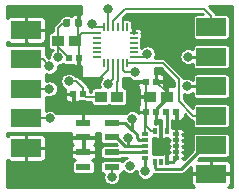
<source format=gbr>
G04 #@! TF.GenerationSoftware,KiCad,Pcbnew,(5.1.5)-3*
G04 #@! TF.CreationDate,2020-06-02T09:59:11+09:00*
G04 #@! TF.ProjectId,FMU3_Sensors_make,464d5533-5f53-4656-9e73-6f72735f6d61,rev?*
G04 #@! TF.SameCoordinates,Original*
G04 #@! TF.FileFunction,Copper,L1,Top*
G04 #@! TF.FilePolarity,Positive*
%FSLAX46Y46*%
G04 Gerber Fmt 4.6, Leading zero omitted, Abs format (unit mm)*
G04 Created by KiCad (PCBNEW (5.1.5)-3) date 2020-06-02 09:59:11*
%MOMM*%
%LPD*%
G04 APERTURE LIST*
%ADD10R,0.540000X0.600000*%
%ADD11R,0.640000X0.150000*%
%ADD12R,0.150000X0.640000*%
%ADD13R,1.010000X0.930000*%
%ADD14R,2.500000X1.500000*%
%ADD15C,0.100000*%
%ADD16R,1.310000X0.530000*%
%ADD17R,0.600000X0.300000*%
%ADD18R,0.300000X0.600000*%
%ADD19C,0.800000*%
%ADD20C,0.200000*%
%ADD21C,0.250000*%
G04 APERTURE END LIST*
D10*
X142200000Y-31290000D03*
X141340000Y-31290000D03*
D11*
X137225000Y-24654000D03*
X137225000Y-25054000D03*
X137225000Y-25454000D03*
X137225000Y-25854000D03*
X137225000Y-26254000D03*
X137225000Y-26654000D03*
D12*
X137770000Y-27199000D03*
X138170000Y-27199000D03*
X138570000Y-27199000D03*
X138970000Y-27199000D03*
X139370000Y-27199000D03*
X139770000Y-27199000D03*
D11*
X140315000Y-26654000D03*
X140315000Y-26254000D03*
X140315000Y-25854000D03*
X140315000Y-25454000D03*
X140315000Y-25054000D03*
X140315000Y-24654000D03*
D12*
X139770000Y-24109000D03*
X139370000Y-24109000D03*
X138970000Y-24109000D03*
X138570000Y-24109000D03*
X138170000Y-24109000D03*
X137770000Y-24109000D03*
D10*
X141330000Y-28730000D03*
X142190000Y-28730000D03*
D13*
X141681000Y-30010000D03*
X143099000Y-30010000D03*
D10*
X143070000Y-31310000D03*
X143930000Y-31310000D03*
D14*
X131200001Y-31850000D03*
X131200001Y-24350000D03*
X131200001Y-29350000D03*
X131200001Y-26850000D03*
X131200001Y-34350000D03*
D13*
X133901000Y-25280000D03*
X135319000Y-25280000D03*
D10*
X135660000Y-26700000D03*
X134800000Y-26700000D03*
D13*
X138939000Y-30000000D03*
X137521000Y-30000000D03*
D10*
X136050000Y-29780000D03*
X135190000Y-29780000D03*
D14*
X146870000Y-24120000D03*
X146870000Y-34120000D03*
X146870000Y-31620000D03*
X146870000Y-26620000D03*
X146870000Y-29120000D03*
X146870000Y-36520000D03*
G04 #@! TA.AperFunction,SMDPad,CuDef*
D15*
G36*
X135776958Y-23440710D02*
G01*
X135791276Y-23442834D01*
X135805317Y-23446351D01*
X135818946Y-23451228D01*
X135832031Y-23457417D01*
X135844447Y-23464858D01*
X135856073Y-23473481D01*
X135866798Y-23483202D01*
X135876519Y-23493927D01*
X135885142Y-23505553D01*
X135892583Y-23517969D01*
X135898772Y-23531054D01*
X135903649Y-23544683D01*
X135907166Y-23558724D01*
X135909290Y-23573042D01*
X135910000Y-23587500D01*
X135910000Y-23932500D01*
X135909290Y-23946958D01*
X135907166Y-23961276D01*
X135903649Y-23975317D01*
X135898772Y-23988946D01*
X135892583Y-24002031D01*
X135885142Y-24014447D01*
X135876519Y-24026073D01*
X135866798Y-24036798D01*
X135856073Y-24046519D01*
X135844447Y-24055142D01*
X135832031Y-24062583D01*
X135818946Y-24068772D01*
X135805317Y-24073649D01*
X135791276Y-24077166D01*
X135776958Y-24079290D01*
X135762500Y-24080000D01*
X135467500Y-24080000D01*
X135453042Y-24079290D01*
X135438724Y-24077166D01*
X135424683Y-24073649D01*
X135411054Y-24068772D01*
X135397969Y-24062583D01*
X135385553Y-24055142D01*
X135373927Y-24046519D01*
X135363202Y-24036798D01*
X135353481Y-24026073D01*
X135344858Y-24014447D01*
X135337417Y-24002031D01*
X135331228Y-23988946D01*
X135326351Y-23975317D01*
X135322834Y-23961276D01*
X135320710Y-23946958D01*
X135320000Y-23932500D01*
X135320000Y-23587500D01*
X135320710Y-23573042D01*
X135322834Y-23558724D01*
X135326351Y-23544683D01*
X135331228Y-23531054D01*
X135337417Y-23517969D01*
X135344858Y-23505553D01*
X135353481Y-23493927D01*
X135363202Y-23483202D01*
X135373927Y-23473481D01*
X135385553Y-23464858D01*
X135397969Y-23457417D01*
X135411054Y-23451228D01*
X135424683Y-23446351D01*
X135438724Y-23442834D01*
X135453042Y-23440710D01*
X135467500Y-23440000D01*
X135762500Y-23440000D01*
X135776958Y-23440710D01*
G37*
G04 #@! TD.AperFunction*
G04 #@! TA.AperFunction,SMDPad,CuDef*
G36*
X134806958Y-23440710D02*
G01*
X134821276Y-23442834D01*
X134835317Y-23446351D01*
X134848946Y-23451228D01*
X134862031Y-23457417D01*
X134874447Y-23464858D01*
X134886073Y-23473481D01*
X134896798Y-23483202D01*
X134906519Y-23493927D01*
X134915142Y-23505553D01*
X134922583Y-23517969D01*
X134928772Y-23531054D01*
X134933649Y-23544683D01*
X134937166Y-23558724D01*
X134939290Y-23573042D01*
X134940000Y-23587500D01*
X134940000Y-23932500D01*
X134939290Y-23946958D01*
X134937166Y-23961276D01*
X134933649Y-23975317D01*
X134928772Y-23988946D01*
X134922583Y-24002031D01*
X134915142Y-24014447D01*
X134906519Y-24026073D01*
X134896798Y-24036798D01*
X134886073Y-24046519D01*
X134874447Y-24055142D01*
X134862031Y-24062583D01*
X134848946Y-24068772D01*
X134835317Y-24073649D01*
X134821276Y-24077166D01*
X134806958Y-24079290D01*
X134792500Y-24080000D01*
X134497500Y-24080000D01*
X134483042Y-24079290D01*
X134468724Y-24077166D01*
X134454683Y-24073649D01*
X134441054Y-24068772D01*
X134427969Y-24062583D01*
X134415553Y-24055142D01*
X134403927Y-24046519D01*
X134393202Y-24036798D01*
X134383481Y-24026073D01*
X134374858Y-24014447D01*
X134367417Y-24002031D01*
X134361228Y-23988946D01*
X134356351Y-23975317D01*
X134352834Y-23961276D01*
X134350710Y-23946958D01*
X134350000Y-23932500D01*
X134350000Y-23587500D01*
X134350710Y-23573042D01*
X134352834Y-23558724D01*
X134356351Y-23544683D01*
X134361228Y-23531054D01*
X134367417Y-23517969D01*
X134374858Y-23505553D01*
X134383481Y-23493927D01*
X134393202Y-23483202D01*
X134403927Y-23473481D01*
X134415553Y-23464858D01*
X134427969Y-23457417D01*
X134441054Y-23451228D01*
X134454683Y-23446351D01*
X134468724Y-23442834D01*
X134483042Y-23440710D01*
X134497500Y-23440000D01*
X134792500Y-23440000D01*
X134806958Y-23440710D01*
G37*
G04 #@! TD.AperFunction*
D16*
X136060000Y-32205000D03*
X138460000Y-32205000D03*
X136060000Y-33455000D03*
X136060000Y-34705000D03*
X136060000Y-35955000D03*
X138460000Y-35955000D03*
X138460000Y-34705000D03*
X138460000Y-33455000D03*
D17*
X141300000Y-33210000D03*
X141300000Y-33710000D03*
X141300000Y-34210000D03*
X141300000Y-34710000D03*
X141300000Y-35210000D03*
D18*
X142100000Y-35510000D03*
X142600000Y-35510000D03*
X143100000Y-35510000D03*
D17*
X143900000Y-35210000D03*
X143900000Y-34710000D03*
X143900000Y-34210000D03*
X143900000Y-33710000D03*
X143900000Y-33210000D03*
D18*
X143100000Y-32910000D03*
X142600000Y-32910000D03*
X142100000Y-32910000D03*
D19*
X140590000Y-30010000D03*
X141450000Y-26390000D03*
X131200000Y-35970000D03*
X133890000Y-26650000D03*
X134830000Y-28690000D03*
X144997653Y-36517653D03*
X141478000Y-24384000D03*
X143256000Y-28702000D03*
X140440010Y-27960000D03*
X138460000Y-36800000D03*
X144910000Y-26620000D03*
X141300000Y-36330000D03*
X144840000Y-29130000D03*
X138122981Y-28942888D03*
X139970000Y-35860000D03*
X133225000Y-31850000D03*
X139870000Y-33550000D03*
X133175000Y-29350000D03*
X136780000Y-23890000D03*
X133175000Y-27450000D03*
X140190000Y-31860000D03*
X138170000Y-22625000D03*
D20*
X135615000Y-24984000D02*
X135319000Y-25280000D01*
X135615000Y-23760000D02*
X135615000Y-24984000D01*
X135660000Y-25621000D02*
X135660000Y-26700000D01*
X135319000Y-25280000D02*
X135660000Y-25621000D01*
X141340000Y-32500000D02*
X141340000Y-31790000D01*
X141750000Y-32910000D02*
X141340000Y-32500000D01*
X141340000Y-31790000D02*
X141340000Y-31290000D01*
X142100000Y-32910000D02*
X141750000Y-32910000D01*
X141300000Y-31330000D02*
X141340000Y-31290000D01*
X141300000Y-33210000D02*
X141300000Y-31330000D01*
X135615000Y-24080000D02*
X135615000Y-23760000D01*
X141330000Y-29659000D02*
X141330000Y-28730000D01*
X141681000Y-30010000D02*
X141330000Y-29659000D01*
X141340000Y-30351000D02*
X141340000Y-31290000D01*
X141681000Y-30010000D02*
X141340000Y-30351000D01*
X141681000Y-30010000D02*
X140590000Y-30010000D01*
D21*
X136060000Y-32205000D02*
X136060000Y-31310000D01*
D20*
X135945000Y-24654000D02*
X135319000Y-25280000D01*
X137225000Y-24654000D02*
X135945000Y-24654000D01*
X140315000Y-26654000D02*
X141186000Y-26654000D01*
X141186000Y-26654000D02*
X141450000Y-26390000D01*
X138170000Y-27734002D02*
X137284002Y-28620000D01*
X138170000Y-27199000D02*
X138170000Y-27734002D01*
D21*
X142200000Y-31024998D02*
X143099000Y-30125998D01*
X143099000Y-30125998D02*
X143099000Y-30010000D01*
X142200000Y-31290000D02*
X142200000Y-31024998D01*
X142200000Y-31840000D02*
X142200000Y-31290000D01*
X142200000Y-31960000D02*
X142200000Y-31840000D01*
X142600000Y-32360000D02*
X142200000Y-31960000D01*
X142600000Y-32910000D02*
X142600000Y-32360000D01*
X143900000Y-33210000D02*
X143900000Y-33710000D01*
X143900000Y-34210000D02*
X143900000Y-34710000D01*
X143900000Y-34710000D02*
X143900000Y-35210000D01*
X143600000Y-35510000D02*
X143900000Y-35210000D01*
X143100000Y-35510000D02*
X143600000Y-35510000D01*
D20*
X133901000Y-24615000D02*
X133901000Y-25280000D01*
X133901000Y-24209000D02*
X133901000Y-24615000D01*
X134350000Y-23760000D02*
X133901000Y-24209000D01*
X134645000Y-23760000D02*
X134350000Y-23760000D01*
X133901000Y-25801000D02*
X134800000Y-26700000D01*
X133901000Y-25280000D02*
X133901000Y-25801000D01*
X131200001Y-34350000D02*
X131200001Y-35969999D01*
X131200001Y-35969999D02*
X131200000Y-35970000D01*
X136270000Y-30000000D02*
X136050000Y-29780000D01*
X137521000Y-30000000D02*
X136270000Y-30000000D01*
X133901000Y-25280000D02*
X133901000Y-26639000D01*
X133901000Y-26639000D02*
X133890000Y-26650000D01*
X135460000Y-28690000D02*
X134830000Y-28690000D01*
X136050000Y-29780000D02*
X136050000Y-29280000D01*
X136050000Y-29280000D02*
X135460000Y-28690000D01*
X146870000Y-36520000D02*
X145000000Y-36520000D01*
X145000000Y-36520000D02*
X144997653Y-36517653D01*
X139370000Y-23345000D02*
X139715000Y-23000000D01*
X139370000Y-23865000D02*
X139370000Y-23345000D01*
X140315000Y-24135000D02*
X140315000Y-24410000D01*
X140315000Y-23474998D02*
X140315000Y-24135000D01*
X140085001Y-23244999D02*
X140315000Y-23474998D01*
X139454999Y-23244999D02*
X140085001Y-23244999D01*
X139370000Y-23329998D02*
X139454999Y-23244999D01*
X139370000Y-23865000D02*
X139370000Y-23329998D01*
X143099000Y-29639000D02*
X142190000Y-28730000D01*
X143099000Y-30010000D02*
X143099000Y-29639000D01*
X142089999Y-28129999D02*
X142190000Y-28230000D01*
X142190000Y-28230000D02*
X142190000Y-28730000D01*
X139611000Y-27960000D02*
X140440010Y-27960000D01*
X139370000Y-27199000D02*
X139370000Y-27719000D01*
X139370000Y-27719000D02*
X139611000Y-27960000D01*
X146870000Y-23170000D02*
X146870000Y-24120000D01*
X146299992Y-22599992D02*
X146870000Y-23170000D01*
X139534307Y-22599992D02*
X146299992Y-22599992D01*
X138570000Y-23564299D02*
X139534307Y-22599992D01*
X138570000Y-24109000D02*
X138570000Y-23564299D01*
X138460000Y-35955000D02*
X138460000Y-36800000D01*
D21*
X146870000Y-26620000D02*
X144910000Y-26620000D01*
X141300000Y-35210000D02*
X141300000Y-36330000D01*
X146870000Y-29120000D02*
X144850000Y-29120000D01*
X144850000Y-29120000D02*
X144840000Y-29130000D01*
X138465000Y-34700000D02*
X138460000Y-34705000D01*
D20*
X138570000Y-28495869D02*
X138122981Y-28942888D01*
X131200001Y-31850000D02*
X133225000Y-31850000D01*
D21*
X138465000Y-34710000D02*
X138460000Y-34705000D01*
X141300000Y-34710000D02*
X138465000Y-34710000D01*
D20*
X138570000Y-27546000D02*
X138570000Y-27199000D01*
X138570000Y-28495869D02*
X138570000Y-27546000D01*
D21*
X138850000Y-33455000D02*
X138460000Y-33455000D01*
X139605000Y-34210000D02*
X138850000Y-33455000D01*
X139870000Y-34210000D02*
X139870000Y-33550000D01*
X139870000Y-34210000D02*
X139605000Y-34210000D01*
X141300000Y-34210000D02*
X139870000Y-34210000D01*
D20*
X131200001Y-29350000D02*
X133175000Y-29350000D01*
X137770000Y-24109000D02*
X136999000Y-24109000D01*
X136999000Y-24109000D02*
X136780000Y-23890000D01*
X132650001Y-26850000D02*
X133175000Y-27374999D01*
X131200001Y-26850000D02*
X132650001Y-26850000D01*
X133175000Y-27374999D02*
X133175000Y-27450000D01*
D21*
X140595001Y-33540003D02*
X140595001Y-33201999D01*
X139365000Y-32205000D02*
X138460000Y-32205000D01*
X140764998Y-33710000D02*
X140595001Y-33540003D01*
X139598002Y-32205000D02*
X139365000Y-32205000D01*
X141300000Y-33710000D02*
X140764998Y-33710000D01*
X140186501Y-31863499D02*
X140190000Y-31860000D01*
X140186501Y-32793499D02*
X140186501Y-31863499D01*
X140186501Y-32793499D02*
X139598002Y-32205000D01*
X140595001Y-33201999D02*
X140186501Y-32793499D01*
D20*
X138170000Y-24109000D02*
X138170000Y-22625000D01*
X142764993Y-27174991D02*
X139770000Y-27174991D01*
X144139999Y-28549997D02*
X142764993Y-27174991D01*
X144139999Y-30409997D02*
X144139999Y-28549997D01*
X145350002Y-31620000D02*
X144139999Y-30409997D01*
X146870000Y-31620000D02*
X145350002Y-31620000D01*
X138970000Y-29969000D02*
X138939000Y-30000000D01*
X138970000Y-27719000D02*
X138970000Y-27199000D01*
X138970000Y-28661568D02*
X138970000Y-27719000D01*
X138939000Y-28692568D02*
X138970000Y-28661568D01*
X138939000Y-30000000D02*
X138939000Y-28692568D01*
D21*
X143100000Y-31340000D02*
X143100000Y-32910000D01*
X143070000Y-31310000D02*
X143100000Y-31340000D01*
X144354999Y-36135001D02*
X146370000Y-34120000D01*
X142175001Y-36135001D02*
X144354999Y-36135001D01*
X146370000Y-34120000D02*
X146870000Y-34120000D01*
X142100000Y-36060000D02*
X142175001Y-36135001D01*
X142100000Y-35510000D02*
X142100000Y-36060000D01*
G36*
X148650001Y-37650000D02*
G01*
X148310645Y-37650000D01*
X148357260Y-37625084D01*
X148421974Y-37571974D01*
X148475084Y-37507260D01*
X148514548Y-37433427D01*
X148538850Y-37353314D01*
X148547056Y-37270000D01*
X148545000Y-36651250D01*
X148438750Y-36545000D01*
X146895000Y-36545000D01*
X146895000Y-36565000D01*
X146845000Y-36565000D01*
X146845000Y-36545000D01*
X145301250Y-36545000D01*
X145195000Y-36651250D01*
X145192944Y-37270000D01*
X145201150Y-37353314D01*
X145225452Y-37433427D01*
X145264916Y-37507260D01*
X145318026Y-37571974D01*
X145382740Y-37625084D01*
X145429355Y-37650000D01*
X129600000Y-37650000D01*
X129600000Y-35343454D01*
X129648027Y-35401974D01*
X129712741Y-35455084D01*
X129786574Y-35494548D01*
X129866687Y-35518850D01*
X129950001Y-35527056D01*
X131068751Y-35525000D01*
X131175001Y-35418750D01*
X131175001Y-34375000D01*
X131225001Y-34375000D01*
X131225001Y-35418750D01*
X131331251Y-35525000D01*
X132450001Y-35527056D01*
X132533315Y-35518850D01*
X132613428Y-35494548D01*
X132687261Y-35455084D01*
X132751975Y-35401974D01*
X132805085Y-35337260D01*
X132844549Y-35263427D01*
X132868851Y-35183314D01*
X132877057Y-35100000D01*
X132876626Y-34970000D01*
X134977944Y-34970000D01*
X134986150Y-35053314D01*
X135010452Y-35133427D01*
X135049916Y-35207260D01*
X135103026Y-35271974D01*
X135167740Y-35325084D01*
X135241573Y-35364548D01*
X135299928Y-35382250D01*
X135280026Y-35388287D01*
X135223566Y-35418465D01*
X135174079Y-35459079D01*
X135133465Y-35508566D01*
X135103287Y-35565026D01*
X135084703Y-35626289D01*
X135078428Y-35690000D01*
X135078428Y-36220000D01*
X135084703Y-36283711D01*
X135103287Y-36344974D01*
X135133465Y-36401434D01*
X135174079Y-36450921D01*
X135223566Y-36491535D01*
X135280026Y-36521713D01*
X135341289Y-36540297D01*
X135405000Y-36546572D01*
X136715000Y-36546572D01*
X136778711Y-36540297D01*
X136839974Y-36521713D01*
X136896434Y-36491535D01*
X136945921Y-36450921D01*
X136986535Y-36401434D01*
X137016713Y-36344974D01*
X137035297Y-36283711D01*
X137041572Y-36220000D01*
X137041572Y-35690000D01*
X137035297Y-35626289D01*
X137016713Y-35565026D01*
X136986535Y-35508566D01*
X136945921Y-35459079D01*
X136896434Y-35418465D01*
X136839974Y-35388287D01*
X136820072Y-35382250D01*
X136878427Y-35364548D01*
X136952260Y-35325084D01*
X137016974Y-35271974D01*
X137070084Y-35207260D01*
X137109548Y-35133427D01*
X137133850Y-35053314D01*
X137142056Y-34970000D01*
X137140000Y-34836250D01*
X137033750Y-34730000D01*
X136085000Y-34730000D01*
X136085000Y-34750000D01*
X136035000Y-34750000D01*
X136035000Y-34730000D01*
X135086250Y-34730000D01*
X134980000Y-34836250D01*
X134977944Y-34970000D01*
X132876626Y-34970000D01*
X132875001Y-34481250D01*
X132768751Y-34375000D01*
X131225001Y-34375000D01*
X131175001Y-34375000D01*
X131155001Y-34375000D01*
X131155001Y-34325000D01*
X131175001Y-34325000D01*
X131175001Y-33281250D01*
X131225001Y-33281250D01*
X131225001Y-34325000D01*
X132768751Y-34325000D01*
X132875001Y-34218750D01*
X132876658Y-33720000D01*
X134977944Y-33720000D01*
X134986150Y-33803314D01*
X135010452Y-33883427D01*
X135049916Y-33957260D01*
X135103026Y-34021974D01*
X135167740Y-34075084D01*
X135176937Y-34080000D01*
X135167740Y-34084916D01*
X135103026Y-34138026D01*
X135049916Y-34202740D01*
X135010452Y-34276573D01*
X134986150Y-34356686D01*
X134977944Y-34440000D01*
X134980000Y-34573750D01*
X135086250Y-34680000D01*
X136035000Y-34680000D01*
X136035000Y-34121250D01*
X135993750Y-34080000D01*
X136035000Y-34038750D01*
X136035000Y-33480000D01*
X136085000Y-33480000D01*
X136085000Y-34038750D01*
X136126250Y-34080000D01*
X136085000Y-34121250D01*
X136085000Y-34680000D01*
X137033750Y-34680000D01*
X137140000Y-34573750D01*
X137142056Y-34440000D01*
X137133850Y-34356686D01*
X137109548Y-34276573D01*
X137070084Y-34202740D01*
X137016974Y-34138026D01*
X136952260Y-34084916D01*
X136943063Y-34080000D01*
X136952260Y-34075084D01*
X137016974Y-34021974D01*
X137070084Y-33957260D01*
X137109548Y-33883427D01*
X137133850Y-33803314D01*
X137142056Y-33720000D01*
X137140000Y-33586250D01*
X137033750Y-33480000D01*
X136085000Y-33480000D01*
X136035000Y-33480000D01*
X135086250Y-33480000D01*
X134980000Y-33586250D01*
X134977944Y-33720000D01*
X132876658Y-33720000D01*
X132877057Y-33600000D01*
X132868851Y-33516686D01*
X132844549Y-33436573D01*
X132805085Y-33362740D01*
X132751975Y-33298026D01*
X132687261Y-33244916D01*
X132613428Y-33205452D01*
X132533315Y-33181150D01*
X132450001Y-33172944D01*
X131331251Y-33175000D01*
X131225001Y-33281250D01*
X131175001Y-33281250D01*
X131068751Y-33175000D01*
X129950001Y-33172944D01*
X129866687Y-33181150D01*
X129786574Y-33205452D01*
X129712741Y-33244916D01*
X129648027Y-33298026D01*
X129600000Y-33356546D01*
X129600000Y-33105000D01*
X134986661Y-33105000D01*
X134986150Y-33106686D01*
X134977944Y-33190000D01*
X134980000Y-33323750D01*
X135086250Y-33430000D01*
X136035000Y-33430000D01*
X136035000Y-33410000D01*
X136085000Y-33410000D01*
X136085000Y-33430000D01*
X137033750Y-33430000D01*
X137140000Y-33323750D01*
X137142056Y-33190000D01*
X137133850Y-33106686D01*
X137133339Y-33105000D01*
X137491161Y-33105000D01*
X137484703Y-33126289D01*
X137478428Y-33190000D01*
X137478428Y-33720000D01*
X137484703Y-33783711D01*
X137503287Y-33844974D01*
X137533465Y-33901434D01*
X137574079Y-33950921D01*
X137623566Y-33991535D01*
X137680026Y-34021713D01*
X137741289Y-34040297D01*
X137805000Y-34046572D01*
X138805177Y-34046572D01*
X138872033Y-34113428D01*
X137805000Y-34113428D01*
X137741289Y-34119703D01*
X137680026Y-34138287D01*
X137623566Y-34168465D01*
X137574079Y-34209079D01*
X137533465Y-34258566D01*
X137503287Y-34315026D01*
X137484703Y-34376289D01*
X137478428Y-34440000D01*
X137478428Y-34970000D01*
X137484703Y-35033711D01*
X137503287Y-35094974D01*
X137533465Y-35151434D01*
X137574079Y-35200921D01*
X137623566Y-35241535D01*
X137680026Y-35271713D01*
X137741289Y-35290297D01*
X137805000Y-35296572D01*
X139115000Y-35296572D01*
X139178711Y-35290297D01*
X139239974Y-35271713D01*
X139296434Y-35241535D01*
X139345921Y-35200921D01*
X139379505Y-35160000D01*
X139772908Y-35160000D01*
X139758525Y-35162861D01*
X139626584Y-35217513D01*
X139507839Y-35296856D01*
X139406856Y-35397839D01*
X139356954Y-35472522D01*
X139345921Y-35459079D01*
X139296434Y-35418465D01*
X139239974Y-35388287D01*
X139178711Y-35369703D01*
X139115000Y-35363428D01*
X137805000Y-35363428D01*
X137741289Y-35369703D01*
X137680026Y-35388287D01*
X137623566Y-35418465D01*
X137574079Y-35459079D01*
X137533465Y-35508566D01*
X137503287Y-35565026D01*
X137484703Y-35626289D01*
X137478428Y-35690000D01*
X137478428Y-36220000D01*
X137484703Y-36283711D01*
X137503287Y-36344974D01*
X137533465Y-36401434D01*
X137574079Y-36450921D01*
X137623566Y-36491535D01*
X137680026Y-36521713D01*
X137741289Y-36540297D01*
X137781209Y-36544229D01*
X137762861Y-36588525D01*
X137735000Y-36728594D01*
X137735000Y-36871406D01*
X137762861Y-37011475D01*
X137817513Y-37143416D01*
X137896856Y-37262161D01*
X137997839Y-37363144D01*
X138116584Y-37442487D01*
X138248525Y-37497139D01*
X138388594Y-37525000D01*
X138531406Y-37525000D01*
X138671475Y-37497139D01*
X138803416Y-37442487D01*
X138922161Y-37363144D01*
X139023144Y-37262161D01*
X139102487Y-37143416D01*
X139157139Y-37011475D01*
X139185000Y-36871406D01*
X139185000Y-36728594D01*
X139157139Y-36588525D01*
X139138791Y-36544229D01*
X139178711Y-36540297D01*
X139239974Y-36521713D01*
X139296434Y-36491535D01*
X139345921Y-36450921D01*
X139386535Y-36401434D01*
X139416713Y-36344974D01*
X139419728Y-36335033D01*
X139507839Y-36423144D01*
X139626584Y-36502487D01*
X139758525Y-36557139D01*
X139898594Y-36585000D01*
X140041406Y-36585000D01*
X140181475Y-36557139D01*
X140313416Y-36502487D01*
X140432161Y-36423144D01*
X140533144Y-36322161D01*
X140575000Y-36259519D01*
X140575000Y-36401406D01*
X140602861Y-36541475D01*
X140657513Y-36673416D01*
X140736856Y-36792161D01*
X140837839Y-36893144D01*
X140956584Y-36972487D01*
X141088525Y-37027139D01*
X141228594Y-37055000D01*
X141371406Y-37055000D01*
X141511475Y-37027139D01*
X141643416Y-36972487D01*
X141762161Y-36893144D01*
X141863144Y-36792161D01*
X141942487Y-36673416D01*
X141994187Y-36548603D01*
X142001960Y-36552758D01*
X142086786Y-36578490D01*
X142152896Y-36585001D01*
X142152908Y-36585001D01*
X142175000Y-36587177D01*
X142197092Y-36585001D01*
X144332905Y-36585001D01*
X144354999Y-36587177D01*
X144377093Y-36585001D01*
X144377104Y-36585001D01*
X144443214Y-36578490D01*
X144528040Y-36552758D01*
X144606215Y-36510972D01*
X144674736Y-36454738D01*
X144688828Y-36437567D01*
X145193485Y-35932910D01*
X145195000Y-36388750D01*
X145301250Y-36495000D01*
X146845000Y-36495000D01*
X146845000Y-35451250D01*
X146895000Y-35451250D01*
X146895000Y-36495000D01*
X148438750Y-36495000D01*
X148545000Y-36388750D01*
X148547056Y-35770000D01*
X148538850Y-35686686D01*
X148514548Y-35606573D01*
X148475084Y-35532740D01*
X148421974Y-35468026D01*
X148357260Y-35414916D01*
X148283427Y-35375452D01*
X148203314Y-35351150D01*
X148120000Y-35342944D01*
X147001250Y-35345000D01*
X146895000Y-35451250D01*
X146845000Y-35451250D01*
X146738750Y-35345000D01*
X145783152Y-35343244D01*
X145929824Y-35196572D01*
X148120000Y-35196572D01*
X148183711Y-35190297D01*
X148244974Y-35171713D01*
X148301434Y-35141535D01*
X148350921Y-35100921D01*
X148391535Y-35051434D01*
X148421713Y-34994974D01*
X148440297Y-34933711D01*
X148446572Y-34870000D01*
X148446572Y-33370000D01*
X148440297Y-33306289D01*
X148421713Y-33245026D01*
X148391535Y-33188566D01*
X148350921Y-33139079D01*
X148301434Y-33098465D01*
X148244974Y-33068287D01*
X148183711Y-33049703D01*
X148120000Y-33043428D01*
X145620000Y-33043428D01*
X145556289Y-33049703D01*
X145495026Y-33068287D01*
X145438566Y-33098465D01*
X145389079Y-33139079D01*
X145348465Y-33188566D01*
X145318287Y-33245026D01*
X145299703Y-33306289D01*
X145293428Y-33370000D01*
X145293428Y-34560176D01*
X144568677Y-35284927D01*
X144518750Y-35235000D01*
X144399999Y-35235000D01*
X144437260Y-35215084D01*
X144473917Y-35185000D01*
X144518750Y-35185000D01*
X144625000Y-35078750D01*
X144627056Y-35060000D01*
X144618850Y-34976686D01*
X144613788Y-34960000D01*
X144618850Y-34943314D01*
X144627056Y-34860000D01*
X144625000Y-34841250D01*
X144518750Y-34735000D01*
X144473917Y-34735000D01*
X144443455Y-34710000D01*
X144473917Y-34685000D01*
X144518750Y-34685000D01*
X144625000Y-34578750D01*
X144627056Y-34560000D01*
X144618850Y-34476686D01*
X144613788Y-34460000D01*
X144618850Y-34443314D01*
X144627056Y-34360000D01*
X144625000Y-34341250D01*
X144518750Y-34235000D01*
X144473917Y-34235000D01*
X144443455Y-34210000D01*
X144473917Y-34185000D01*
X144518750Y-34185000D01*
X144625000Y-34078750D01*
X144627056Y-34060000D01*
X144618850Y-33976686D01*
X144613788Y-33960000D01*
X144618850Y-33943314D01*
X144627056Y-33860000D01*
X144625000Y-33841250D01*
X144518750Y-33735000D01*
X144473917Y-33735000D01*
X144443455Y-33710000D01*
X144473917Y-33685000D01*
X144518750Y-33685000D01*
X144625000Y-33578750D01*
X144627056Y-33560000D01*
X144618850Y-33476686D01*
X144613788Y-33460000D01*
X144618850Y-33443314D01*
X144627056Y-33360000D01*
X144625000Y-33341250D01*
X144518750Y-33235000D01*
X144473917Y-33235000D01*
X144437260Y-33204916D01*
X144399999Y-33185000D01*
X144518750Y-33185000D01*
X144625000Y-33078750D01*
X144627056Y-33060000D01*
X144618850Y-32976686D01*
X144594548Y-32896573D01*
X144555084Y-32822740D01*
X144501974Y-32758026D01*
X144437260Y-32704916D01*
X144363427Y-32665452D01*
X144283314Y-32641150D01*
X144200000Y-32632944D01*
X144031250Y-32635000D01*
X143925000Y-32741250D01*
X143925000Y-33185000D01*
X143981250Y-33185000D01*
X143931250Y-33235000D01*
X143925000Y-33235000D01*
X143925000Y-33685000D01*
X143931250Y-33685000D01*
X143956250Y-33710000D01*
X143931250Y-33735000D01*
X143925000Y-33735000D01*
X143925000Y-34185000D01*
X143931250Y-34185000D01*
X143956250Y-34210000D01*
X143931250Y-34235000D01*
X143925000Y-34235000D01*
X143925000Y-34685000D01*
X143931250Y-34685000D01*
X143956250Y-34710000D01*
X143931250Y-34735000D01*
X143925000Y-34735000D01*
X143925000Y-35185000D01*
X143931250Y-35185000D01*
X143981250Y-35235000D01*
X143925000Y-35235000D01*
X143925000Y-35255000D01*
X143875000Y-35255000D01*
X143875000Y-35235000D01*
X143855000Y-35235000D01*
X143855000Y-35198750D01*
X143868750Y-35185000D01*
X143875000Y-35185000D01*
X143875000Y-34735000D01*
X143868750Y-34735000D01*
X143843750Y-34710000D01*
X143868750Y-34685000D01*
X143875000Y-34685000D01*
X143875000Y-34235000D01*
X143868750Y-34235000D01*
X143843750Y-34210000D01*
X143868750Y-34185000D01*
X143875000Y-34185000D01*
X143875000Y-33735000D01*
X143868750Y-33735000D01*
X143843750Y-33710000D01*
X143868750Y-33685000D01*
X143875000Y-33685000D01*
X143875000Y-33235000D01*
X143868750Y-33235000D01*
X143855000Y-33221250D01*
X143855000Y-33185000D01*
X143875000Y-33185000D01*
X143875000Y-32741250D01*
X143768750Y-32635000D01*
X143600000Y-32632944D01*
X143576572Y-32635252D01*
X143576572Y-32610000D01*
X143570297Y-32546289D01*
X143551713Y-32485026D01*
X143550000Y-32481821D01*
X143550000Y-32020755D01*
X143576686Y-32028850D01*
X143660000Y-32037056D01*
X143798750Y-32035000D01*
X143905000Y-31928750D01*
X143905000Y-31335000D01*
X143885000Y-31335000D01*
X143885000Y-31285000D01*
X143905000Y-31285000D01*
X143905000Y-31265000D01*
X143955000Y-31265000D01*
X143955000Y-31285000D01*
X143975000Y-31285000D01*
X143975000Y-31335000D01*
X143955000Y-31335000D01*
X143955000Y-31928750D01*
X144061250Y-32035000D01*
X144200000Y-32037056D01*
X144283314Y-32028850D01*
X144363427Y-32004548D01*
X144437260Y-31965084D01*
X144501974Y-31911974D01*
X144555084Y-31847260D01*
X144594548Y-31773427D01*
X144618850Y-31693314D01*
X144627056Y-31610000D01*
X144625676Y-31496714D01*
X145034718Y-31905756D01*
X145048028Y-31921974D01*
X145112742Y-31975084D01*
X145186575Y-32014548D01*
X145266688Y-32038850D01*
X145293428Y-32041484D01*
X145293428Y-32370000D01*
X145299703Y-32433711D01*
X145318287Y-32494974D01*
X145348465Y-32551434D01*
X145389079Y-32600921D01*
X145438566Y-32641535D01*
X145495026Y-32671713D01*
X145556289Y-32690297D01*
X145620000Y-32696572D01*
X148120000Y-32696572D01*
X148183711Y-32690297D01*
X148244974Y-32671713D01*
X148301434Y-32641535D01*
X148350921Y-32600921D01*
X148391535Y-32551434D01*
X148421713Y-32494974D01*
X148440297Y-32433711D01*
X148446572Y-32370000D01*
X148446572Y-30870000D01*
X148440297Y-30806289D01*
X148421713Y-30745026D01*
X148391535Y-30688566D01*
X148350921Y-30639079D01*
X148301434Y-30598465D01*
X148244974Y-30568287D01*
X148183711Y-30549703D01*
X148120000Y-30543428D01*
X145620000Y-30543428D01*
X145556289Y-30549703D01*
X145495026Y-30568287D01*
X145438566Y-30598465D01*
X145389079Y-30639079D01*
X145348465Y-30688566D01*
X145318287Y-30745026D01*
X145299703Y-30806289D01*
X145293428Y-30870000D01*
X145293428Y-30962386D01*
X144564999Y-30233957D01*
X144564999Y-29800826D01*
X144628525Y-29827139D01*
X144768594Y-29855000D01*
X144911406Y-29855000D01*
X145051475Y-29827139D01*
X145183416Y-29772487D01*
X145293428Y-29698979D01*
X145293428Y-29870000D01*
X145299703Y-29933711D01*
X145318287Y-29994974D01*
X145348465Y-30051434D01*
X145389079Y-30100921D01*
X145438566Y-30141535D01*
X145495026Y-30171713D01*
X145556289Y-30190297D01*
X145620000Y-30196572D01*
X148120000Y-30196572D01*
X148183711Y-30190297D01*
X148244974Y-30171713D01*
X148301434Y-30141535D01*
X148350921Y-30100921D01*
X148391535Y-30051434D01*
X148421713Y-29994974D01*
X148440297Y-29933711D01*
X148446572Y-29870000D01*
X148446572Y-28370000D01*
X148440297Y-28306289D01*
X148421713Y-28245026D01*
X148391535Y-28188566D01*
X148350921Y-28139079D01*
X148301434Y-28098465D01*
X148244974Y-28068287D01*
X148183711Y-28049703D01*
X148120000Y-28043428D01*
X145620000Y-28043428D01*
X145556289Y-28049703D01*
X145495026Y-28068287D01*
X145438566Y-28098465D01*
X145389079Y-28139079D01*
X145348465Y-28188566D01*
X145318287Y-28245026D01*
X145299703Y-28306289D01*
X145293428Y-28370000D01*
X145293428Y-28561021D01*
X145183416Y-28487513D01*
X145051475Y-28432861D01*
X144911406Y-28405000D01*
X144768594Y-28405000D01*
X144628525Y-28432861D01*
X144557512Y-28462276D01*
X144555399Y-28455308D01*
X144547721Y-28430000D01*
X144534547Y-28386570D01*
X144495083Y-28312737D01*
X144441973Y-28248023D01*
X144425761Y-28234718D01*
X143080276Y-26889234D01*
X143066967Y-26873017D01*
X143002253Y-26819907D01*
X142928420Y-26780443D01*
X142848307Y-26756141D01*
X142785867Y-26749991D01*
X142785860Y-26749991D01*
X142764993Y-26747936D01*
X142744126Y-26749991D01*
X142081412Y-26749991D01*
X142092487Y-26733416D01*
X142147139Y-26601475D01*
X142157657Y-26548594D01*
X144185000Y-26548594D01*
X144185000Y-26691406D01*
X144212861Y-26831475D01*
X144267513Y-26963416D01*
X144346856Y-27082161D01*
X144447839Y-27183144D01*
X144566584Y-27262487D01*
X144698525Y-27317139D01*
X144838594Y-27345000D01*
X144981406Y-27345000D01*
X145121475Y-27317139D01*
X145253416Y-27262487D01*
X145293428Y-27235752D01*
X145293428Y-27370000D01*
X145299703Y-27433711D01*
X145318287Y-27494974D01*
X145348465Y-27551434D01*
X145389079Y-27600921D01*
X145438566Y-27641535D01*
X145495026Y-27671713D01*
X145556289Y-27690297D01*
X145620000Y-27696572D01*
X148120000Y-27696572D01*
X148183711Y-27690297D01*
X148244974Y-27671713D01*
X148301434Y-27641535D01*
X148350921Y-27600921D01*
X148391535Y-27551434D01*
X148421713Y-27494974D01*
X148440297Y-27433711D01*
X148446572Y-27370000D01*
X148446572Y-25870000D01*
X148440297Y-25806289D01*
X148421713Y-25745026D01*
X148391535Y-25688566D01*
X148350921Y-25639079D01*
X148301434Y-25598465D01*
X148244974Y-25568287D01*
X148183711Y-25549703D01*
X148120000Y-25543428D01*
X145620000Y-25543428D01*
X145556289Y-25549703D01*
X145495026Y-25568287D01*
X145438566Y-25598465D01*
X145389079Y-25639079D01*
X145348465Y-25688566D01*
X145318287Y-25745026D01*
X145299703Y-25806289D01*
X145293428Y-25870000D01*
X145293428Y-26004248D01*
X145253416Y-25977513D01*
X145121475Y-25922861D01*
X144981406Y-25895000D01*
X144838594Y-25895000D01*
X144698525Y-25922861D01*
X144566584Y-25977513D01*
X144447839Y-26056856D01*
X144346856Y-26157839D01*
X144267513Y-26276584D01*
X144212861Y-26408525D01*
X144185000Y-26548594D01*
X142157657Y-26548594D01*
X142175000Y-26461406D01*
X142175000Y-26318594D01*
X142147139Y-26178525D01*
X142092487Y-26046584D01*
X142013144Y-25927839D01*
X141912161Y-25826856D01*
X141793416Y-25747513D01*
X141661475Y-25692861D01*
X141521406Y-25665000D01*
X141378594Y-25665000D01*
X141238525Y-25692861D01*
X141106584Y-25747513D01*
X140987839Y-25826856D01*
X140961572Y-25853123D01*
X140961572Y-25779000D01*
X140955297Y-25715289D01*
X140936713Y-25654026D01*
X140936699Y-25654000D01*
X140936713Y-25653974D01*
X140955297Y-25592711D01*
X140961572Y-25529000D01*
X140961572Y-25379000D01*
X140955297Y-25315289D01*
X140936713Y-25254026D01*
X140936699Y-25254000D01*
X140936713Y-25253974D01*
X140955297Y-25192711D01*
X140961572Y-25129000D01*
X140961572Y-25001142D01*
X140982972Y-24976572D01*
X141024585Y-24903929D01*
X141051226Y-24824564D01*
X141060000Y-24760250D01*
X140953750Y-24654000D01*
X141060000Y-24547750D01*
X141051226Y-24483436D01*
X141024585Y-24404071D01*
X140982972Y-24331428D01*
X140927987Y-24268299D01*
X140861743Y-24217110D01*
X140786785Y-24179828D01*
X140705994Y-24157886D01*
X140622474Y-24152128D01*
X140446250Y-24154000D01*
X140340000Y-24260250D01*
X140340000Y-24652428D01*
X140290000Y-24652428D01*
X140290000Y-24260250D01*
X140183750Y-24154000D01*
X140171572Y-24153871D01*
X140171572Y-23789000D01*
X140165297Y-23725289D01*
X140146713Y-23664026D01*
X140116535Y-23607566D01*
X140075921Y-23558079D01*
X140026434Y-23517465D01*
X139969974Y-23487287D01*
X139908711Y-23468703D01*
X139845000Y-23462428D01*
X139717142Y-23462428D01*
X139692572Y-23441028D01*
X139619929Y-23399415D01*
X139540564Y-23372774D01*
X139476250Y-23364000D01*
X139395002Y-23445248D01*
X139395002Y-23364000D01*
X139371340Y-23364000D01*
X139710348Y-23024992D01*
X146123952Y-23024992D01*
X146142388Y-23043428D01*
X145620000Y-23043428D01*
X145556289Y-23049703D01*
X145495026Y-23068287D01*
X145438566Y-23098465D01*
X145389079Y-23139079D01*
X145348465Y-23188566D01*
X145318287Y-23245026D01*
X145299703Y-23306289D01*
X145293428Y-23370000D01*
X145293428Y-24870000D01*
X145299703Y-24933711D01*
X145318287Y-24994974D01*
X145348465Y-25051434D01*
X145389079Y-25100921D01*
X145438566Y-25141535D01*
X145495026Y-25171713D01*
X145556289Y-25190297D01*
X145620000Y-25196572D01*
X148120000Y-25196572D01*
X148183711Y-25190297D01*
X148244974Y-25171713D01*
X148301434Y-25141535D01*
X148350921Y-25100921D01*
X148391535Y-25051434D01*
X148421713Y-24994974D01*
X148440297Y-24933711D01*
X148446572Y-24870000D01*
X148446572Y-23370000D01*
X148440297Y-23306289D01*
X148421713Y-23245026D01*
X148391535Y-23188566D01*
X148350921Y-23139079D01*
X148301434Y-23098465D01*
X148244974Y-23068287D01*
X148183711Y-23049703D01*
X148120000Y-23043428D01*
X147275728Y-23043428D01*
X147264548Y-23006573D01*
X147225084Y-22932740D01*
X147171974Y-22868026D01*
X147155763Y-22854722D01*
X146651040Y-22350000D01*
X148650000Y-22350000D01*
X148650001Y-37650000D01*
G37*
X148650001Y-37650000D02*
X148310645Y-37650000D01*
X148357260Y-37625084D01*
X148421974Y-37571974D01*
X148475084Y-37507260D01*
X148514548Y-37433427D01*
X148538850Y-37353314D01*
X148547056Y-37270000D01*
X148545000Y-36651250D01*
X148438750Y-36545000D01*
X146895000Y-36545000D01*
X146895000Y-36565000D01*
X146845000Y-36565000D01*
X146845000Y-36545000D01*
X145301250Y-36545000D01*
X145195000Y-36651250D01*
X145192944Y-37270000D01*
X145201150Y-37353314D01*
X145225452Y-37433427D01*
X145264916Y-37507260D01*
X145318026Y-37571974D01*
X145382740Y-37625084D01*
X145429355Y-37650000D01*
X129600000Y-37650000D01*
X129600000Y-35343454D01*
X129648027Y-35401974D01*
X129712741Y-35455084D01*
X129786574Y-35494548D01*
X129866687Y-35518850D01*
X129950001Y-35527056D01*
X131068751Y-35525000D01*
X131175001Y-35418750D01*
X131175001Y-34375000D01*
X131225001Y-34375000D01*
X131225001Y-35418750D01*
X131331251Y-35525000D01*
X132450001Y-35527056D01*
X132533315Y-35518850D01*
X132613428Y-35494548D01*
X132687261Y-35455084D01*
X132751975Y-35401974D01*
X132805085Y-35337260D01*
X132844549Y-35263427D01*
X132868851Y-35183314D01*
X132877057Y-35100000D01*
X132876626Y-34970000D01*
X134977944Y-34970000D01*
X134986150Y-35053314D01*
X135010452Y-35133427D01*
X135049916Y-35207260D01*
X135103026Y-35271974D01*
X135167740Y-35325084D01*
X135241573Y-35364548D01*
X135299928Y-35382250D01*
X135280026Y-35388287D01*
X135223566Y-35418465D01*
X135174079Y-35459079D01*
X135133465Y-35508566D01*
X135103287Y-35565026D01*
X135084703Y-35626289D01*
X135078428Y-35690000D01*
X135078428Y-36220000D01*
X135084703Y-36283711D01*
X135103287Y-36344974D01*
X135133465Y-36401434D01*
X135174079Y-36450921D01*
X135223566Y-36491535D01*
X135280026Y-36521713D01*
X135341289Y-36540297D01*
X135405000Y-36546572D01*
X136715000Y-36546572D01*
X136778711Y-36540297D01*
X136839974Y-36521713D01*
X136896434Y-36491535D01*
X136945921Y-36450921D01*
X136986535Y-36401434D01*
X137016713Y-36344974D01*
X137035297Y-36283711D01*
X137041572Y-36220000D01*
X137041572Y-35690000D01*
X137035297Y-35626289D01*
X137016713Y-35565026D01*
X136986535Y-35508566D01*
X136945921Y-35459079D01*
X136896434Y-35418465D01*
X136839974Y-35388287D01*
X136820072Y-35382250D01*
X136878427Y-35364548D01*
X136952260Y-35325084D01*
X137016974Y-35271974D01*
X137070084Y-35207260D01*
X137109548Y-35133427D01*
X137133850Y-35053314D01*
X137142056Y-34970000D01*
X137140000Y-34836250D01*
X137033750Y-34730000D01*
X136085000Y-34730000D01*
X136085000Y-34750000D01*
X136035000Y-34750000D01*
X136035000Y-34730000D01*
X135086250Y-34730000D01*
X134980000Y-34836250D01*
X134977944Y-34970000D01*
X132876626Y-34970000D01*
X132875001Y-34481250D01*
X132768751Y-34375000D01*
X131225001Y-34375000D01*
X131175001Y-34375000D01*
X131155001Y-34375000D01*
X131155001Y-34325000D01*
X131175001Y-34325000D01*
X131175001Y-33281250D01*
X131225001Y-33281250D01*
X131225001Y-34325000D01*
X132768751Y-34325000D01*
X132875001Y-34218750D01*
X132876658Y-33720000D01*
X134977944Y-33720000D01*
X134986150Y-33803314D01*
X135010452Y-33883427D01*
X135049916Y-33957260D01*
X135103026Y-34021974D01*
X135167740Y-34075084D01*
X135176937Y-34080000D01*
X135167740Y-34084916D01*
X135103026Y-34138026D01*
X135049916Y-34202740D01*
X135010452Y-34276573D01*
X134986150Y-34356686D01*
X134977944Y-34440000D01*
X134980000Y-34573750D01*
X135086250Y-34680000D01*
X136035000Y-34680000D01*
X136035000Y-34121250D01*
X135993750Y-34080000D01*
X136035000Y-34038750D01*
X136035000Y-33480000D01*
X136085000Y-33480000D01*
X136085000Y-34038750D01*
X136126250Y-34080000D01*
X136085000Y-34121250D01*
X136085000Y-34680000D01*
X137033750Y-34680000D01*
X137140000Y-34573750D01*
X137142056Y-34440000D01*
X137133850Y-34356686D01*
X137109548Y-34276573D01*
X137070084Y-34202740D01*
X137016974Y-34138026D01*
X136952260Y-34084916D01*
X136943063Y-34080000D01*
X136952260Y-34075084D01*
X137016974Y-34021974D01*
X137070084Y-33957260D01*
X137109548Y-33883427D01*
X137133850Y-33803314D01*
X137142056Y-33720000D01*
X137140000Y-33586250D01*
X137033750Y-33480000D01*
X136085000Y-33480000D01*
X136035000Y-33480000D01*
X135086250Y-33480000D01*
X134980000Y-33586250D01*
X134977944Y-33720000D01*
X132876658Y-33720000D01*
X132877057Y-33600000D01*
X132868851Y-33516686D01*
X132844549Y-33436573D01*
X132805085Y-33362740D01*
X132751975Y-33298026D01*
X132687261Y-33244916D01*
X132613428Y-33205452D01*
X132533315Y-33181150D01*
X132450001Y-33172944D01*
X131331251Y-33175000D01*
X131225001Y-33281250D01*
X131175001Y-33281250D01*
X131068751Y-33175000D01*
X129950001Y-33172944D01*
X129866687Y-33181150D01*
X129786574Y-33205452D01*
X129712741Y-33244916D01*
X129648027Y-33298026D01*
X129600000Y-33356546D01*
X129600000Y-33105000D01*
X134986661Y-33105000D01*
X134986150Y-33106686D01*
X134977944Y-33190000D01*
X134980000Y-33323750D01*
X135086250Y-33430000D01*
X136035000Y-33430000D01*
X136035000Y-33410000D01*
X136085000Y-33410000D01*
X136085000Y-33430000D01*
X137033750Y-33430000D01*
X137140000Y-33323750D01*
X137142056Y-33190000D01*
X137133850Y-33106686D01*
X137133339Y-33105000D01*
X137491161Y-33105000D01*
X137484703Y-33126289D01*
X137478428Y-33190000D01*
X137478428Y-33720000D01*
X137484703Y-33783711D01*
X137503287Y-33844974D01*
X137533465Y-33901434D01*
X137574079Y-33950921D01*
X137623566Y-33991535D01*
X137680026Y-34021713D01*
X137741289Y-34040297D01*
X137805000Y-34046572D01*
X138805177Y-34046572D01*
X138872033Y-34113428D01*
X137805000Y-34113428D01*
X137741289Y-34119703D01*
X137680026Y-34138287D01*
X137623566Y-34168465D01*
X137574079Y-34209079D01*
X137533465Y-34258566D01*
X137503287Y-34315026D01*
X137484703Y-34376289D01*
X137478428Y-34440000D01*
X137478428Y-34970000D01*
X137484703Y-35033711D01*
X137503287Y-35094974D01*
X137533465Y-35151434D01*
X137574079Y-35200921D01*
X137623566Y-35241535D01*
X137680026Y-35271713D01*
X137741289Y-35290297D01*
X137805000Y-35296572D01*
X139115000Y-35296572D01*
X139178711Y-35290297D01*
X139239974Y-35271713D01*
X139296434Y-35241535D01*
X139345921Y-35200921D01*
X139379505Y-35160000D01*
X139772908Y-35160000D01*
X139758525Y-35162861D01*
X139626584Y-35217513D01*
X139507839Y-35296856D01*
X139406856Y-35397839D01*
X139356954Y-35472522D01*
X139345921Y-35459079D01*
X139296434Y-35418465D01*
X139239974Y-35388287D01*
X139178711Y-35369703D01*
X139115000Y-35363428D01*
X137805000Y-35363428D01*
X137741289Y-35369703D01*
X137680026Y-35388287D01*
X137623566Y-35418465D01*
X137574079Y-35459079D01*
X137533465Y-35508566D01*
X137503287Y-35565026D01*
X137484703Y-35626289D01*
X137478428Y-35690000D01*
X137478428Y-36220000D01*
X137484703Y-36283711D01*
X137503287Y-36344974D01*
X137533465Y-36401434D01*
X137574079Y-36450921D01*
X137623566Y-36491535D01*
X137680026Y-36521713D01*
X137741289Y-36540297D01*
X137781209Y-36544229D01*
X137762861Y-36588525D01*
X137735000Y-36728594D01*
X137735000Y-36871406D01*
X137762861Y-37011475D01*
X137817513Y-37143416D01*
X137896856Y-37262161D01*
X137997839Y-37363144D01*
X138116584Y-37442487D01*
X138248525Y-37497139D01*
X138388594Y-37525000D01*
X138531406Y-37525000D01*
X138671475Y-37497139D01*
X138803416Y-37442487D01*
X138922161Y-37363144D01*
X139023144Y-37262161D01*
X139102487Y-37143416D01*
X139157139Y-37011475D01*
X139185000Y-36871406D01*
X139185000Y-36728594D01*
X139157139Y-36588525D01*
X139138791Y-36544229D01*
X139178711Y-36540297D01*
X139239974Y-36521713D01*
X139296434Y-36491535D01*
X139345921Y-36450921D01*
X139386535Y-36401434D01*
X139416713Y-36344974D01*
X139419728Y-36335033D01*
X139507839Y-36423144D01*
X139626584Y-36502487D01*
X139758525Y-36557139D01*
X139898594Y-36585000D01*
X140041406Y-36585000D01*
X140181475Y-36557139D01*
X140313416Y-36502487D01*
X140432161Y-36423144D01*
X140533144Y-36322161D01*
X140575000Y-36259519D01*
X140575000Y-36401406D01*
X140602861Y-36541475D01*
X140657513Y-36673416D01*
X140736856Y-36792161D01*
X140837839Y-36893144D01*
X140956584Y-36972487D01*
X141088525Y-37027139D01*
X141228594Y-37055000D01*
X141371406Y-37055000D01*
X141511475Y-37027139D01*
X141643416Y-36972487D01*
X141762161Y-36893144D01*
X141863144Y-36792161D01*
X141942487Y-36673416D01*
X141994187Y-36548603D01*
X142001960Y-36552758D01*
X142086786Y-36578490D01*
X142152896Y-36585001D01*
X142152908Y-36585001D01*
X142175000Y-36587177D01*
X142197092Y-36585001D01*
X144332905Y-36585001D01*
X144354999Y-36587177D01*
X144377093Y-36585001D01*
X144377104Y-36585001D01*
X144443214Y-36578490D01*
X144528040Y-36552758D01*
X144606215Y-36510972D01*
X144674736Y-36454738D01*
X144688828Y-36437567D01*
X145193485Y-35932910D01*
X145195000Y-36388750D01*
X145301250Y-36495000D01*
X146845000Y-36495000D01*
X146845000Y-35451250D01*
X146895000Y-35451250D01*
X146895000Y-36495000D01*
X148438750Y-36495000D01*
X148545000Y-36388750D01*
X148547056Y-35770000D01*
X148538850Y-35686686D01*
X148514548Y-35606573D01*
X148475084Y-35532740D01*
X148421974Y-35468026D01*
X148357260Y-35414916D01*
X148283427Y-35375452D01*
X148203314Y-35351150D01*
X148120000Y-35342944D01*
X147001250Y-35345000D01*
X146895000Y-35451250D01*
X146845000Y-35451250D01*
X146738750Y-35345000D01*
X145783152Y-35343244D01*
X145929824Y-35196572D01*
X148120000Y-35196572D01*
X148183711Y-35190297D01*
X148244974Y-35171713D01*
X148301434Y-35141535D01*
X148350921Y-35100921D01*
X148391535Y-35051434D01*
X148421713Y-34994974D01*
X148440297Y-34933711D01*
X148446572Y-34870000D01*
X148446572Y-33370000D01*
X148440297Y-33306289D01*
X148421713Y-33245026D01*
X148391535Y-33188566D01*
X148350921Y-33139079D01*
X148301434Y-33098465D01*
X148244974Y-33068287D01*
X148183711Y-33049703D01*
X148120000Y-33043428D01*
X145620000Y-33043428D01*
X145556289Y-33049703D01*
X145495026Y-33068287D01*
X145438566Y-33098465D01*
X145389079Y-33139079D01*
X145348465Y-33188566D01*
X145318287Y-33245026D01*
X145299703Y-33306289D01*
X145293428Y-33370000D01*
X145293428Y-34560176D01*
X144568677Y-35284927D01*
X144518750Y-35235000D01*
X144399999Y-35235000D01*
X144437260Y-35215084D01*
X144473917Y-35185000D01*
X144518750Y-35185000D01*
X144625000Y-35078750D01*
X144627056Y-35060000D01*
X144618850Y-34976686D01*
X144613788Y-34960000D01*
X144618850Y-34943314D01*
X144627056Y-34860000D01*
X144625000Y-34841250D01*
X144518750Y-34735000D01*
X144473917Y-34735000D01*
X144443455Y-34710000D01*
X144473917Y-34685000D01*
X144518750Y-34685000D01*
X144625000Y-34578750D01*
X144627056Y-34560000D01*
X144618850Y-34476686D01*
X144613788Y-34460000D01*
X144618850Y-34443314D01*
X144627056Y-34360000D01*
X144625000Y-34341250D01*
X144518750Y-34235000D01*
X144473917Y-34235000D01*
X144443455Y-34210000D01*
X144473917Y-34185000D01*
X144518750Y-34185000D01*
X144625000Y-34078750D01*
X144627056Y-34060000D01*
X144618850Y-33976686D01*
X144613788Y-33960000D01*
X144618850Y-33943314D01*
X144627056Y-33860000D01*
X144625000Y-33841250D01*
X144518750Y-33735000D01*
X144473917Y-33735000D01*
X144443455Y-33710000D01*
X144473917Y-33685000D01*
X144518750Y-33685000D01*
X144625000Y-33578750D01*
X144627056Y-33560000D01*
X144618850Y-33476686D01*
X144613788Y-33460000D01*
X144618850Y-33443314D01*
X144627056Y-33360000D01*
X144625000Y-33341250D01*
X144518750Y-33235000D01*
X144473917Y-33235000D01*
X144437260Y-33204916D01*
X144399999Y-33185000D01*
X144518750Y-33185000D01*
X144625000Y-33078750D01*
X144627056Y-33060000D01*
X144618850Y-32976686D01*
X144594548Y-32896573D01*
X144555084Y-32822740D01*
X144501974Y-32758026D01*
X144437260Y-32704916D01*
X144363427Y-32665452D01*
X144283314Y-32641150D01*
X144200000Y-32632944D01*
X144031250Y-32635000D01*
X143925000Y-32741250D01*
X143925000Y-33185000D01*
X143981250Y-33185000D01*
X143931250Y-33235000D01*
X143925000Y-33235000D01*
X143925000Y-33685000D01*
X143931250Y-33685000D01*
X143956250Y-33710000D01*
X143931250Y-33735000D01*
X143925000Y-33735000D01*
X143925000Y-34185000D01*
X143931250Y-34185000D01*
X143956250Y-34210000D01*
X143931250Y-34235000D01*
X143925000Y-34235000D01*
X143925000Y-34685000D01*
X143931250Y-34685000D01*
X143956250Y-34710000D01*
X143931250Y-34735000D01*
X143925000Y-34735000D01*
X143925000Y-35185000D01*
X143931250Y-35185000D01*
X143981250Y-35235000D01*
X143925000Y-35235000D01*
X143925000Y-35255000D01*
X143875000Y-35255000D01*
X143875000Y-35235000D01*
X143855000Y-35235000D01*
X143855000Y-35198750D01*
X143868750Y-35185000D01*
X143875000Y-35185000D01*
X143875000Y-34735000D01*
X143868750Y-34735000D01*
X143843750Y-34710000D01*
X143868750Y-34685000D01*
X143875000Y-34685000D01*
X143875000Y-34235000D01*
X143868750Y-34235000D01*
X143843750Y-34210000D01*
X143868750Y-34185000D01*
X143875000Y-34185000D01*
X143875000Y-33735000D01*
X143868750Y-33735000D01*
X143843750Y-33710000D01*
X143868750Y-33685000D01*
X143875000Y-33685000D01*
X143875000Y-33235000D01*
X143868750Y-33235000D01*
X143855000Y-33221250D01*
X143855000Y-33185000D01*
X143875000Y-33185000D01*
X143875000Y-32741250D01*
X143768750Y-32635000D01*
X143600000Y-32632944D01*
X143576572Y-32635252D01*
X143576572Y-32610000D01*
X143570297Y-32546289D01*
X143551713Y-32485026D01*
X143550000Y-32481821D01*
X143550000Y-32020755D01*
X143576686Y-32028850D01*
X143660000Y-32037056D01*
X143798750Y-32035000D01*
X143905000Y-31928750D01*
X143905000Y-31335000D01*
X143885000Y-31335000D01*
X143885000Y-31285000D01*
X143905000Y-31285000D01*
X143905000Y-31265000D01*
X143955000Y-31265000D01*
X143955000Y-31285000D01*
X143975000Y-31285000D01*
X143975000Y-31335000D01*
X143955000Y-31335000D01*
X143955000Y-31928750D01*
X144061250Y-32035000D01*
X144200000Y-32037056D01*
X144283314Y-32028850D01*
X144363427Y-32004548D01*
X144437260Y-31965084D01*
X144501974Y-31911974D01*
X144555084Y-31847260D01*
X144594548Y-31773427D01*
X144618850Y-31693314D01*
X144627056Y-31610000D01*
X144625676Y-31496714D01*
X145034718Y-31905756D01*
X145048028Y-31921974D01*
X145112742Y-31975084D01*
X145186575Y-32014548D01*
X145266688Y-32038850D01*
X145293428Y-32041484D01*
X145293428Y-32370000D01*
X145299703Y-32433711D01*
X145318287Y-32494974D01*
X145348465Y-32551434D01*
X145389079Y-32600921D01*
X145438566Y-32641535D01*
X145495026Y-32671713D01*
X145556289Y-32690297D01*
X145620000Y-32696572D01*
X148120000Y-32696572D01*
X148183711Y-32690297D01*
X148244974Y-32671713D01*
X148301434Y-32641535D01*
X148350921Y-32600921D01*
X148391535Y-32551434D01*
X148421713Y-32494974D01*
X148440297Y-32433711D01*
X148446572Y-32370000D01*
X148446572Y-30870000D01*
X148440297Y-30806289D01*
X148421713Y-30745026D01*
X148391535Y-30688566D01*
X148350921Y-30639079D01*
X148301434Y-30598465D01*
X148244974Y-30568287D01*
X148183711Y-30549703D01*
X148120000Y-30543428D01*
X145620000Y-30543428D01*
X145556289Y-30549703D01*
X145495026Y-30568287D01*
X145438566Y-30598465D01*
X145389079Y-30639079D01*
X145348465Y-30688566D01*
X145318287Y-30745026D01*
X145299703Y-30806289D01*
X145293428Y-30870000D01*
X145293428Y-30962386D01*
X144564999Y-30233957D01*
X144564999Y-29800826D01*
X144628525Y-29827139D01*
X144768594Y-29855000D01*
X144911406Y-29855000D01*
X145051475Y-29827139D01*
X145183416Y-29772487D01*
X145293428Y-29698979D01*
X145293428Y-29870000D01*
X145299703Y-29933711D01*
X145318287Y-29994974D01*
X145348465Y-30051434D01*
X145389079Y-30100921D01*
X145438566Y-30141535D01*
X145495026Y-30171713D01*
X145556289Y-30190297D01*
X145620000Y-30196572D01*
X148120000Y-30196572D01*
X148183711Y-30190297D01*
X148244974Y-30171713D01*
X148301434Y-30141535D01*
X148350921Y-30100921D01*
X148391535Y-30051434D01*
X148421713Y-29994974D01*
X148440297Y-29933711D01*
X148446572Y-29870000D01*
X148446572Y-28370000D01*
X148440297Y-28306289D01*
X148421713Y-28245026D01*
X148391535Y-28188566D01*
X148350921Y-28139079D01*
X148301434Y-28098465D01*
X148244974Y-28068287D01*
X148183711Y-28049703D01*
X148120000Y-28043428D01*
X145620000Y-28043428D01*
X145556289Y-28049703D01*
X145495026Y-28068287D01*
X145438566Y-28098465D01*
X145389079Y-28139079D01*
X145348465Y-28188566D01*
X145318287Y-28245026D01*
X145299703Y-28306289D01*
X145293428Y-28370000D01*
X145293428Y-28561021D01*
X145183416Y-28487513D01*
X145051475Y-28432861D01*
X144911406Y-28405000D01*
X144768594Y-28405000D01*
X144628525Y-28432861D01*
X144557512Y-28462276D01*
X144555399Y-28455308D01*
X144547721Y-28430000D01*
X144534547Y-28386570D01*
X144495083Y-28312737D01*
X144441973Y-28248023D01*
X144425761Y-28234718D01*
X143080276Y-26889234D01*
X143066967Y-26873017D01*
X143002253Y-26819907D01*
X142928420Y-26780443D01*
X142848307Y-26756141D01*
X142785867Y-26749991D01*
X142785860Y-26749991D01*
X142764993Y-26747936D01*
X142744126Y-26749991D01*
X142081412Y-26749991D01*
X142092487Y-26733416D01*
X142147139Y-26601475D01*
X142157657Y-26548594D01*
X144185000Y-26548594D01*
X144185000Y-26691406D01*
X144212861Y-26831475D01*
X144267513Y-26963416D01*
X144346856Y-27082161D01*
X144447839Y-27183144D01*
X144566584Y-27262487D01*
X144698525Y-27317139D01*
X144838594Y-27345000D01*
X144981406Y-27345000D01*
X145121475Y-27317139D01*
X145253416Y-27262487D01*
X145293428Y-27235752D01*
X145293428Y-27370000D01*
X145299703Y-27433711D01*
X145318287Y-27494974D01*
X145348465Y-27551434D01*
X145389079Y-27600921D01*
X145438566Y-27641535D01*
X145495026Y-27671713D01*
X145556289Y-27690297D01*
X145620000Y-27696572D01*
X148120000Y-27696572D01*
X148183711Y-27690297D01*
X148244974Y-27671713D01*
X148301434Y-27641535D01*
X148350921Y-27600921D01*
X148391535Y-27551434D01*
X148421713Y-27494974D01*
X148440297Y-27433711D01*
X148446572Y-27370000D01*
X148446572Y-25870000D01*
X148440297Y-25806289D01*
X148421713Y-25745026D01*
X148391535Y-25688566D01*
X148350921Y-25639079D01*
X148301434Y-25598465D01*
X148244974Y-25568287D01*
X148183711Y-25549703D01*
X148120000Y-25543428D01*
X145620000Y-25543428D01*
X145556289Y-25549703D01*
X145495026Y-25568287D01*
X145438566Y-25598465D01*
X145389079Y-25639079D01*
X145348465Y-25688566D01*
X145318287Y-25745026D01*
X145299703Y-25806289D01*
X145293428Y-25870000D01*
X145293428Y-26004248D01*
X145253416Y-25977513D01*
X145121475Y-25922861D01*
X144981406Y-25895000D01*
X144838594Y-25895000D01*
X144698525Y-25922861D01*
X144566584Y-25977513D01*
X144447839Y-26056856D01*
X144346856Y-26157839D01*
X144267513Y-26276584D01*
X144212861Y-26408525D01*
X144185000Y-26548594D01*
X142157657Y-26548594D01*
X142175000Y-26461406D01*
X142175000Y-26318594D01*
X142147139Y-26178525D01*
X142092487Y-26046584D01*
X142013144Y-25927839D01*
X141912161Y-25826856D01*
X141793416Y-25747513D01*
X141661475Y-25692861D01*
X141521406Y-25665000D01*
X141378594Y-25665000D01*
X141238525Y-25692861D01*
X141106584Y-25747513D01*
X140987839Y-25826856D01*
X140961572Y-25853123D01*
X140961572Y-25779000D01*
X140955297Y-25715289D01*
X140936713Y-25654026D01*
X140936699Y-25654000D01*
X140936713Y-25653974D01*
X140955297Y-25592711D01*
X140961572Y-25529000D01*
X140961572Y-25379000D01*
X140955297Y-25315289D01*
X140936713Y-25254026D01*
X140936699Y-25254000D01*
X140936713Y-25253974D01*
X140955297Y-25192711D01*
X140961572Y-25129000D01*
X140961572Y-25001142D01*
X140982972Y-24976572D01*
X141024585Y-24903929D01*
X141051226Y-24824564D01*
X141060000Y-24760250D01*
X140953750Y-24654000D01*
X141060000Y-24547750D01*
X141051226Y-24483436D01*
X141024585Y-24404071D01*
X140982972Y-24331428D01*
X140927987Y-24268299D01*
X140861743Y-24217110D01*
X140786785Y-24179828D01*
X140705994Y-24157886D01*
X140622474Y-24152128D01*
X140446250Y-24154000D01*
X140340000Y-24260250D01*
X140340000Y-24652428D01*
X140290000Y-24652428D01*
X140290000Y-24260250D01*
X140183750Y-24154000D01*
X140171572Y-24153871D01*
X140171572Y-23789000D01*
X140165297Y-23725289D01*
X140146713Y-23664026D01*
X140116535Y-23607566D01*
X140075921Y-23558079D01*
X140026434Y-23517465D01*
X139969974Y-23487287D01*
X139908711Y-23468703D01*
X139845000Y-23462428D01*
X139717142Y-23462428D01*
X139692572Y-23441028D01*
X139619929Y-23399415D01*
X139540564Y-23372774D01*
X139476250Y-23364000D01*
X139395002Y-23445248D01*
X139395002Y-23364000D01*
X139371340Y-23364000D01*
X139710348Y-23024992D01*
X146123952Y-23024992D01*
X146142388Y-23043428D01*
X145620000Y-23043428D01*
X145556289Y-23049703D01*
X145495026Y-23068287D01*
X145438566Y-23098465D01*
X145389079Y-23139079D01*
X145348465Y-23188566D01*
X145318287Y-23245026D01*
X145299703Y-23306289D01*
X145293428Y-23370000D01*
X145293428Y-24870000D01*
X145299703Y-24933711D01*
X145318287Y-24994974D01*
X145348465Y-25051434D01*
X145389079Y-25100921D01*
X145438566Y-25141535D01*
X145495026Y-25171713D01*
X145556289Y-25190297D01*
X145620000Y-25196572D01*
X148120000Y-25196572D01*
X148183711Y-25190297D01*
X148244974Y-25171713D01*
X148301434Y-25141535D01*
X148350921Y-25100921D01*
X148391535Y-25051434D01*
X148421713Y-24994974D01*
X148440297Y-24933711D01*
X148446572Y-24870000D01*
X148446572Y-23370000D01*
X148440297Y-23306289D01*
X148421713Y-23245026D01*
X148391535Y-23188566D01*
X148350921Y-23139079D01*
X148301434Y-23098465D01*
X148244974Y-23068287D01*
X148183711Y-23049703D01*
X148120000Y-23043428D01*
X147275728Y-23043428D01*
X147264548Y-23006573D01*
X147225084Y-22932740D01*
X147171974Y-22868026D01*
X147155763Y-22854722D01*
X146651040Y-22350000D01*
X148650000Y-22350000D01*
X148650001Y-37650000D01*
G36*
X142225000Y-31265000D02*
G01*
X142245000Y-31265000D01*
X142245000Y-31315000D01*
X142225000Y-31315000D01*
X142225000Y-31908750D01*
X142331250Y-32015000D01*
X142470000Y-32017056D01*
X142553314Y-32008850D01*
X142633427Y-31984548D01*
X142650000Y-31975689D01*
X142650001Y-32266249D01*
X142625000Y-32291250D01*
X142625000Y-32594039D01*
X142623428Y-32610000D01*
X142623428Y-33210000D01*
X142625000Y-33225961D01*
X142625000Y-33528750D01*
X142731250Y-33635000D01*
X142750000Y-33637056D01*
X142833314Y-33628850D01*
X142913427Y-33604548D01*
X142987260Y-33565084D01*
X143022002Y-33536572D01*
X143175252Y-33536572D01*
X143172944Y-33560000D01*
X143175000Y-33578750D01*
X143281250Y-33685000D01*
X143326083Y-33685000D01*
X143356545Y-33710000D01*
X143326083Y-33735000D01*
X143281250Y-33735000D01*
X143175000Y-33841250D01*
X143172944Y-33860000D01*
X143181150Y-33943314D01*
X143186212Y-33960000D01*
X143181150Y-33976686D01*
X143172944Y-34060000D01*
X143175000Y-34078750D01*
X143281250Y-34185000D01*
X143326083Y-34185000D01*
X143356545Y-34210000D01*
X143326083Y-34235000D01*
X143281250Y-34235000D01*
X143175000Y-34341250D01*
X143172944Y-34360000D01*
X143181150Y-34443314D01*
X143186212Y-34460000D01*
X143181150Y-34476686D01*
X143172944Y-34560000D01*
X143175000Y-34578750D01*
X143281250Y-34685000D01*
X143326083Y-34685000D01*
X143356545Y-34710000D01*
X143326083Y-34735000D01*
X143281250Y-34735000D01*
X143125000Y-34891250D01*
X143125000Y-35485000D01*
X143145000Y-35485000D01*
X143145000Y-35535000D01*
X143125000Y-35535000D01*
X143125000Y-35555000D01*
X143076572Y-35555000D01*
X143076572Y-35210000D01*
X143075000Y-35194039D01*
X143075000Y-34891250D01*
X142968750Y-34785000D01*
X142950000Y-34782944D01*
X142866686Y-34791150D01*
X142786573Y-34815452D01*
X142712740Y-34854916D01*
X142677998Y-34883428D01*
X142450000Y-34883428D01*
X142386289Y-34889703D01*
X142350000Y-34900711D01*
X142313711Y-34889703D01*
X142250000Y-34883428D01*
X141950000Y-34883428D01*
X141924012Y-34885988D01*
X141926572Y-34860000D01*
X141926572Y-34560000D01*
X141920297Y-34496289D01*
X141909289Y-34460000D01*
X141920297Y-34423711D01*
X141926572Y-34360000D01*
X141926572Y-34060000D01*
X141920297Y-33996289D01*
X141909289Y-33960000D01*
X141920297Y-33923711D01*
X141926572Y-33860000D01*
X141926572Y-33560000D01*
X141924012Y-33534012D01*
X141950000Y-33536572D01*
X142177998Y-33536572D01*
X142212740Y-33565084D01*
X142286573Y-33604548D01*
X142366686Y-33628850D01*
X142450000Y-33637056D01*
X142468750Y-33635000D01*
X142575000Y-33528750D01*
X142575000Y-33225961D01*
X142576572Y-33210000D01*
X142576572Y-32610000D01*
X142575000Y-32594039D01*
X142575000Y-32291250D01*
X142468750Y-32185000D01*
X142450000Y-32182944D01*
X142366686Y-32191150D01*
X142286573Y-32215452D01*
X142212740Y-32254916D01*
X142177998Y-32283428D01*
X142107584Y-32283428D01*
X142107024Y-31976726D01*
X142175000Y-31908750D01*
X142175000Y-31315000D01*
X142155000Y-31315000D01*
X142155000Y-31265000D01*
X142175000Y-31265000D01*
X142175000Y-31245000D01*
X142225000Y-31245000D01*
X142225000Y-31265000D01*
G37*
X142225000Y-31265000D02*
X142245000Y-31265000D01*
X142245000Y-31315000D01*
X142225000Y-31315000D01*
X142225000Y-31908750D01*
X142331250Y-32015000D01*
X142470000Y-32017056D01*
X142553314Y-32008850D01*
X142633427Y-31984548D01*
X142650000Y-31975689D01*
X142650001Y-32266249D01*
X142625000Y-32291250D01*
X142625000Y-32594039D01*
X142623428Y-32610000D01*
X142623428Y-33210000D01*
X142625000Y-33225961D01*
X142625000Y-33528750D01*
X142731250Y-33635000D01*
X142750000Y-33637056D01*
X142833314Y-33628850D01*
X142913427Y-33604548D01*
X142987260Y-33565084D01*
X143022002Y-33536572D01*
X143175252Y-33536572D01*
X143172944Y-33560000D01*
X143175000Y-33578750D01*
X143281250Y-33685000D01*
X143326083Y-33685000D01*
X143356545Y-33710000D01*
X143326083Y-33735000D01*
X143281250Y-33735000D01*
X143175000Y-33841250D01*
X143172944Y-33860000D01*
X143181150Y-33943314D01*
X143186212Y-33960000D01*
X143181150Y-33976686D01*
X143172944Y-34060000D01*
X143175000Y-34078750D01*
X143281250Y-34185000D01*
X143326083Y-34185000D01*
X143356545Y-34210000D01*
X143326083Y-34235000D01*
X143281250Y-34235000D01*
X143175000Y-34341250D01*
X143172944Y-34360000D01*
X143181150Y-34443314D01*
X143186212Y-34460000D01*
X143181150Y-34476686D01*
X143172944Y-34560000D01*
X143175000Y-34578750D01*
X143281250Y-34685000D01*
X143326083Y-34685000D01*
X143356545Y-34710000D01*
X143326083Y-34735000D01*
X143281250Y-34735000D01*
X143125000Y-34891250D01*
X143125000Y-35485000D01*
X143145000Y-35485000D01*
X143145000Y-35535000D01*
X143125000Y-35535000D01*
X143125000Y-35555000D01*
X143076572Y-35555000D01*
X143076572Y-35210000D01*
X143075000Y-35194039D01*
X143075000Y-34891250D01*
X142968750Y-34785000D01*
X142950000Y-34782944D01*
X142866686Y-34791150D01*
X142786573Y-34815452D01*
X142712740Y-34854916D01*
X142677998Y-34883428D01*
X142450000Y-34883428D01*
X142386289Y-34889703D01*
X142350000Y-34900711D01*
X142313711Y-34889703D01*
X142250000Y-34883428D01*
X141950000Y-34883428D01*
X141924012Y-34885988D01*
X141926572Y-34860000D01*
X141926572Y-34560000D01*
X141920297Y-34496289D01*
X141909289Y-34460000D01*
X141920297Y-34423711D01*
X141926572Y-34360000D01*
X141926572Y-34060000D01*
X141920297Y-33996289D01*
X141909289Y-33960000D01*
X141920297Y-33923711D01*
X141926572Y-33860000D01*
X141926572Y-33560000D01*
X141924012Y-33534012D01*
X141950000Y-33536572D01*
X142177998Y-33536572D01*
X142212740Y-33565084D01*
X142286573Y-33604548D01*
X142366686Y-33628850D01*
X142450000Y-33637056D01*
X142468750Y-33635000D01*
X142575000Y-33528750D01*
X142575000Y-33225961D01*
X142576572Y-33210000D01*
X142576572Y-32610000D01*
X142575000Y-32594039D01*
X142575000Y-32291250D01*
X142468750Y-32185000D01*
X142450000Y-32182944D01*
X142366686Y-32191150D01*
X142286573Y-32215452D01*
X142212740Y-32254916D01*
X142177998Y-32283428D01*
X142107584Y-32283428D01*
X142107024Y-31976726D01*
X142175000Y-31908750D01*
X142175000Y-31315000D01*
X142155000Y-31315000D01*
X142155000Y-31265000D01*
X142175000Y-31265000D01*
X142175000Y-31245000D01*
X142225000Y-31245000D01*
X142225000Y-31265000D01*
G36*
X143715000Y-28726039D02*
G01*
X143715000Y-29134548D01*
X143687314Y-29126150D01*
X143604000Y-29117944D01*
X143230250Y-29120000D01*
X143124000Y-29226250D01*
X143124000Y-29985000D01*
X143144000Y-29985000D01*
X143144000Y-30035000D01*
X143124000Y-30035000D01*
X143124000Y-30055000D01*
X143074000Y-30055000D01*
X143074000Y-30035000D01*
X143054000Y-30035000D01*
X143054000Y-29985000D01*
X143074000Y-29985000D01*
X143074000Y-29226250D01*
X142967750Y-29120000D01*
X142876973Y-29119501D01*
X142878850Y-29113314D01*
X142887056Y-29030000D01*
X142885000Y-28861250D01*
X142778750Y-28755000D01*
X142215000Y-28755000D01*
X142215000Y-28775000D01*
X142165000Y-28775000D01*
X142165000Y-28755000D01*
X142145000Y-28755000D01*
X142145000Y-28705000D01*
X142165000Y-28705000D01*
X142165000Y-28111250D01*
X142215000Y-28111250D01*
X142215000Y-28705000D01*
X142778750Y-28705000D01*
X142885000Y-28598750D01*
X142887056Y-28430000D01*
X142878850Y-28346686D01*
X142854548Y-28266573D01*
X142815084Y-28192740D01*
X142761974Y-28128026D01*
X142697260Y-28074916D01*
X142623427Y-28035452D01*
X142543314Y-28011150D01*
X142460000Y-28002944D01*
X142321250Y-28005000D01*
X142215000Y-28111250D01*
X142165000Y-28111250D01*
X142099850Y-28046100D01*
X142099036Y-27599991D01*
X142588953Y-27599991D01*
X143715000Y-28726039D01*
G37*
X143715000Y-28726039D02*
X143715000Y-29134548D01*
X143687314Y-29126150D01*
X143604000Y-29117944D01*
X143230250Y-29120000D01*
X143124000Y-29226250D01*
X143124000Y-29985000D01*
X143144000Y-29985000D01*
X143144000Y-30035000D01*
X143124000Y-30035000D01*
X143124000Y-30055000D01*
X143074000Y-30055000D01*
X143074000Y-30035000D01*
X143054000Y-30035000D01*
X143054000Y-29985000D01*
X143074000Y-29985000D01*
X143074000Y-29226250D01*
X142967750Y-29120000D01*
X142876973Y-29119501D01*
X142878850Y-29113314D01*
X142887056Y-29030000D01*
X142885000Y-28861250D01*
X142778750Y-28755000D01*
X142215000Y-28755000D01*
X142215000Y-28775000D01*
X142165000Y-28775000D01*
X142165000Y-28755000D01*
X142145000Y-28755000D01*
X142145000Y-28705000D01*
X142165000Y-28705000D01*
X142165000Y-28111250D01*
X142215000Y-28111250D01*
X142215000Y-28705000D01*
X142778750Y-28705000D01*
X142885000Y-28598750D01*
X142887056Y-28430000D01*
X142878850Y-28346686D01*
X142854548Y-28266573D01*
X142815084Y-28192740D01*
X142761974Y-28128026D01*
X142697260Y-28074916D01*
X142623427Y-28035452D01*
X142543314Y-28011150D01*
X142460000Y-28002944D01*
X142321250Y-28005000D01*
X142215000Y-28111250D01*
X142165000Y-28111250D01*
X142099850Y-28046100D01*
X142099036Y-27599991D01*
X142588953Y-27599991D01*
X143715000Y-28726039D01*
G36*
X135685000Y-26675000D02*
G01*
X135705000Y-26675000D01*
X135705000Y-26725000D01*
X135685000Y-26725000D01*
X135685000Y-27318750D01*
X135791250Y-27425000D01*
X135883686Y-27426370D01*
X135885037Y-28270200D01*
X135887478Y-28294583D01*
X135894629Y-28318020D01*
X135906215Y-28339613D01*
X135921790Y-28358530D01*
X135940757Y-28374045D01*
X135962387Y-28385561D01*
X135985847Y-28392637D01*
X136010037Y-28395000D01*
X137645564Y-28395000D01*
X137559837Y-28480727D01*
X137480494Y-28599472D01*
X137425842Y-28731413D01*
X137397981Y-28871482D01*
X137397981Y-29014294D01*
X137425842Y-29154363D01*
X137448237Y-29208428D01*
X137016000Y-29208428D01*
X136952289Y-29214703D01*
X136891026Y-29233287D01*
X136834566Y-29263465D01*
X136785079Y-29304079D01*
X136744465Y-29353566D01*
X136714287Y-29410026D01*
X136695703Y-29471289D01*
X136689428Y-29535000D01*
X136689428Y-29575000D01*
X136646572Y-29575000D01*
X136646572Y-29480000D01*
X136640297Y-29416289D01*
X136621713Y-29355026D01*
X136591535Y-29298566D01*
X136550921Y-29249079D01*
X136501434Y-29208465D01*
X136466809Y-29189958D01*
X136461478Y-29172383D01*
X136444548Y-29116573D01*
X136405084Y-29042740D01*
X136371530Y-29001855D01*
X136365280Y-28994239D01*
X136365279Y-28994238D01*
X136351974Y-28978026D01*
X136335762Y-28964721D01*
X135775283Y-28404243D01*
X135761974Y-28388026D01*
X135697260Y-28334916D01*
X135623427Y-28295452D01*
X135543314Y-28271150D01*
X135480874Y-28265000D01*
X135480867Y-28265000D01*
X135460000Y-28262945D01*
X135439133Y-28265000D01*
X135417974Y-28265000D01*
X135393144Y-28227839D01*
X135292161Y-28126856D01*
X135173416Y-28047513D01*
X135041475Y-27992861D01*
X134901406Y-27965000D01*
X134758594Y-27965000D01*
X134618525Y-27992861D01*
X134486584Y-28047513D01*
X134367839Y-28126856D01*
X134266856Y-28227839D01*
X134187513Y-28346584D01*
X134132861Y-28478525D01*
X134105000Y-28618594D01*
X134105000Y-28761406D01*
X134132861Y-28901475D01*
X134187513Y-29033416D01*
X134266856Y-29152161D01*
X134367839Y-29253144D01*
X134486584Y-29332487D01*
X134516825Y-29345013D01*
X134501150Y-29396686D01*
X134492944Y-29480000D01*
X134495000Y-29648750D01*
X134601250Y-29755000D01*
X135165000Y-29755000D01*
X135165000Y-29735000D01*
X135215000Y-29735000D01*
X135215000Y-29755000D01*
X135235000Y-29755000D01*
X135235000Y-29805000D01*
X135215000Y-29805000D01*
X135215000Y-30398750D01*
X135321250Y-30505000D01*
X135460000Y-30507056D01*
X135543314Y-30498850D01*
X135623427Y-30474548D01*
X135697260Y-30435084D01*
X135737145Y-30402351D01*
X135780000Y-30406572D01*
X136146211Y-30406572D01*
X136162383Y-30411478D01*
X136186685Y-30418850D01*
X136194327Y-30419603D01*
X136249126Y-30425000D01*
X136249133Y-30425000D01*
X136270000Y-30427055D01*
X136290867Y-30425000D01*
X136689428Y-30425000D01*
X136689428Y-30465000D01*
X136695703Y-30528711D01*
X136714287Y-30589974D01*
X136744465Y-30646434D01*
X136785079Y-30695921D01*
X136834566Y-30736535D01*
X136891026Y-30766713D01*
X136952289Y-30785297D01*
X137016000Y-30791572D01*
X138026000Y-30791572D01*
X138089711Y-30785297D01*
X138150974Y-30766713D01*
X138207434Y-30736535D01*
X138230000Y-30718015D01*
X138252566Y-30736535D01*
X138309026Y-30766713D01*
X138370289Y-30785297D01*
X138434000Y-30791572D01*
X139444000Y-30791572D01*
X139507711Y-30785297D01*
X139568974Y-30766713D01*
X139625434Y-30736535D01*
X139674921Y-30695921D01*
X139715535Y-30646434D01*
X139745713Y-30589974D01*
X139764297Y-30528711D01*
X139770572Y-30465000D01*
X139770572Y-29535000D01*
X139764297Y-29471289D01*
X139745713Y-29410026D01*
X139715535Y-29353566D01*
X139674921Y-29304079D01*
X139625434Y-29263465D01*
X139568974Y-29233287D01*
X139507711Y-29214703D01*
X139444000Y-29208428D01*
X139364000Y-29208428D01*
X139364000Y-28826020D01*
X139364548Y-28824995D01*
X139388850Y-28744882D01*
X139395000Y-28682442D01*
X139395000Y-28682434D01*
X139397055Y-28661568D01*
X139395000Y-28640701D01*
X139395000Y-28395000D01*
X139858718Y-28395000D01*
X139876866Y-28422161D01*
X139977849Y-28523144D01*
X140096594Y-28602487D01*
X140228535Y-28657139D01*
X140368604Y-28685000D01*
X140511416Y-28685000D01*
X140651485Y-28657139D01*
X140681116Y-28644866D01*
X140741250Y-28705000D01*
X141305000Y-28705000D01*
X141305000Y-28685000D01*
X141355000Y-28685000D01*
X141355000Y-28705000D01*
X141375000Y-28705000D01*
X141375000Y-28755000D01*
X141355000Y-28755000D01*
X141355000Y-28775000D01*
X141305000Y-28775000D01*
X141305000Y-28755000D01*
X140741250Y-28755000D01*
X140635000Y-28861250D01*
X140632944Y-29030000D01*
X140641150Y-29113314D01*
X140665452Y-29193427D01*
X140704916Y-29267260D01*
X140758026Y-29331974D01*
X140792737Y-29360461D01*
X140781452Y-29381573D01*
X140757150Y-29461686D01*
X140748944Y-29545000D01*
X140751000Y-29878750D01*
X140857250Y-29985000D01*
X141379673Y-29985000D01*
X141379518Y-30035000D01*
X140857250Y-30035000D01*
X140751000Y-30141250D01*
X140748944Y-30475000D01*
X140757150Y-30558314D01*
X140781452Y-30638427D01*
X140795786Y-30665244D01*
X140768026Y-30688026D01*
X140714916Y-30752740D01*
X140675452Y-30826573D01*
X140651150Y-30906686D01*
X140642944Y-30990000D01*
X140645000Y-31158750D01*
X140751250Y-31265000D01*
X141315000Y-31265000D01*
X141315000Y-31245000D01*
X141365000Y-31245000D01*
X141365000Y-31265000D01*
X141375724Y-31265000D01*
X141375570Y-31315000D01*
X141365000Y-31315000D01*
X141365000Y-31335000D01*
X141315000Y-31335000D01*
X141315000Y-31315000D01*
X140751250Y-31315000D01*
X140710778Y-31355473D01*
X140652161Y-31296856D01*
X140533416Y-31217513D01*
X140401475Y-31162861D01*
X140261406Y-31135000D01*
X140118594Y-31135000D01*
X139978525Y-31162861D01*
X139846584Y-31217513D01*
X139727839Y-31296856D01*
X139649695Y-31375000D01*
X133775305Y-31375000D01*
X133687161Y-31286856D01*
X133568416Y-31207513D01*
X133436475Y-31152861D01*
X133296406Y-31125000D01*
X133153594Y-31125000D01*
X133013525Y-31152861D01*
X132881584Y-31207513D01*
X132875000Y-31211912D01*
X132875000Y-30080000D01*
X134492944Y-30080000D01*
X134501150Y-30163314D01*
X134525452Y-30243427D01*
X134564916Y-30317260D01*
X134618026Y-30381974D01*
X134682740Y-30435084D01*
X134756573Y-30474548D01*
X134836686Y-30498850D01*
X134920000Y-30507056D01*
X135058750Y-30505000D01*
X135165000Y-30398750D01*
X135165000Y-29805000D01*
X134601250Y-29805000D01*
X134495000Y-29911250D01*
X134492944Y-30080000D01*
X132875000Y-30080000D01*
X132875000Y-30010471D01*
X132963525Y-30047139D01*
X133103594Y-30075000D01*
X133246406Y-30075000D01*
X133386475Y-30047139D01*
X133518416Y-29992487D01*
X133637161Y-29913144D01*
X133738144Y-29812161D01*
X133817487Y-29693416D01*
X133872139Y-29561475D01*
X133900000Y-29421406D01*
X133900000Y-29278594D01*
X133872139Y-29138525D01*
X133817487Y-29006584D01*
X133738144Y-28887839D01*
X133637161Y-28786856D01*
X133518416Y-28707513D01*
X133386475Y-28652861D01*
X133246406Y-28625000D01*
X133103594Y-28625000D01*
X132963525Y-28652861D01*
X132875000Y-28689529D01*
X132875000Y-28110471D01*
X132963525Y-28147139D01*
X133103594Y-28175000D01*
X133246406Y-28175000D01*
X133386475Y-28147139D01*
X133518416Y-28092487D01*
X133637161Y-28013144D01*
X133738144Y-27912161D01*
X133817487Y-27793416D01*
X133872139Y-27661475D01*
X133900000Y-27521406D01*
X133900000Y-27378594D01*
X133899285Y-27375000D01*
X133961406Y-27375000D01*
X134101475Y-27347139D01*
X134233416Y-27292487D01*
X134310961Y-27240673D01*
X134348566Y-27271535D01*
X134405026Y-27301713D01*
X134466289Y-27320297D01*
X134530000Y-27326572D01*
X135070000Y-27326572D01*
X135112855Y-27322351D01*
X135152740Y-27355084D01*
X135226573Y-27394548D01*
X135306686Y-27418850D01*
X135390000Y-27427056D01*
X135528750Y-27425000D01*
X135635000Y-27318750D01*
X135635000Y-26725000D01*
X135615000Y-26725000D01*
X135615000Y-26675000D01*
X135635000Y-26675000D01*
X135635000Y-26655000D01*
X135685000Y-26655000D01*
X135685000Y-26675000D01*
G37*
X135685000Y-26675000D02*
X135705000Y-26675000D01*
X135705000Y-26725000D01*
X135685000Y-26725000D01*
X135685000Y-27318750D01*
X135791250Y-27425000D01*
X135883686Y-27426370D01*
X135885037Y-28270200D01*
X135887478Y-28294583D01*
X135894629Y-28318020D01*
X135906215Y-28339613D01*
X135921790Y-28358530D01*
X135940757Y-28374045D01*
X135962387Y-28385561D01*
X135985847Y-28392637D01*
X136010037Y-28395000D01*
X137645564Y-28395000D01*
X137559837Y-28480727D01*
X137480494Y-28599472D01*
X137425842Y-28731413D01*
X137397981Y-28871482D01*
X137397981Y-29014294D01*
X137425842Y-29154363D01*
X137448237Y-29208428D01*
X137016000Y-29208428D01*
X136952289Y-29214703D01*
X136891026Y-29233287D01*
X136834566Y-29263465D01*
X136785079Y-29304079D01*
X136744465Y-29353566D01*
X136714287Y-29410026D01*
X136695703Y-29471289D01*
X136689428Y-29535000D01*
X136689428Y-29575000D01*
X136646572Y-29575000D01*
X136646572Y-29480000D01*
X136640297Y-29416289D01*
X136621713Y-29355026D01*
X136591535Y-29298566D01*
X136550921Y-29249079D01*
X136501434Y-29208465D01*
X136466809Y-29189958D01*
X136461478Y-29172383D01*
X136444548Y-29116573D01*
X136405084Y-29042740D01*
X136371530Y-29001855D01*
X136365280Y-28994239D01*
X136365279Y-28994238D01*
X136351974Y-28978026D01*
X136335762Y-28964721D01*
X135775283Y-28404243D01*
X135761974Y-28388026D01*
X135697260Y-28334916D01*
X135623427Y-28295452D01*
X135543314Y-28271150D01*
X135480874Y-28265000D01*
X135480867Y-28265000D01*
X135460000Y-28262945D01*
X135439133Y-28265000D01*
X135417974Y-28265000D01*
X135393144Y-28227839D01*
X135292161Y-28126856D01*
X135173416Y-28047513D01*
X135041475Y-27992861D01*
X134901406Y-27965000D01*
X134758594Y-27965000D01*
X134618525Y-27992861D01*
X134486584Y-28047513D01*
X134367839Y-28126856D01*
X134266856Y-28227839D01*
X134187513Y-28346584D01*
X134132861Y-28478525D01*
X134105000Y-28618594D01*
X134105000Y-28761406D01*
X134132861Y-28901475D01*
X134187513Y-29033416D01*
X134266856Y-29152161D01*
X134367839Y-29253144D01*
X134486584Y-29332487D01*
X134516825Y-29345013D01*
X134501150Y-29396686D01*
X134492944Y-29480000D01*
X134495000Y-29648750D01*
X134601250Y-29755000D01*
X135165000Y-29755000D01*
X135165000Y-29735000D01*
X135215000Y-29735000D01*
X135215000Y-29755000D01*
X135235000Y-29755000D01*
X135235000Y-29805000D01*
X135215000Y-29805000D01*
X135215000Y-30398750D01*
X135321250Y-30505000D01*
X135460000Y-30507056D01*
X135543314Y-30498850D01*
X135623427Y-30474548D01*
X135697260Y-30435084D01*
X135737145Y-30402351D01*
X135780000Y-30406572D01*
X136146211Y-30406572D01*
X136162383Y-30411478D01*
X136186685Y-30418850D01*
X136194327Y-30419603D01*
X136249126Y-30425000D01*
X136249133Y-30425000D01*
X136270000Y-30427055D01*
X136290867Y-30425000D01*
X136689428Y-30425000D01*
X136689428Y-30465000D01*
X136695703Y-30528711D01*
X136714287Y-30589974D01*
X136744465Y-30646434D01*
X136785079Y-30695921D01*
X136834566Y-30736535D01*
X136891026Y-30766713D01*
X136952289Y-30785297D01*
X137016000Y-30791572D01*
X138026000Y-30791572D01*
X138089711Y-30785297D01*
X138150974Y-30766713D01*
X138207434Y-30736535D01*
X138230000Y-30718015D01*
X138252566Y-30736535D01*
X138309026Y-30766713D01*
X138370289Y-30785297D01*
X138434000Y-30791572D01*
X139444000Y-30791572D01*
X139507711Y-30785297D01*
X139568974Y-30766713D01*
X139625434Y-30736535D01*
X139674921Y-30695921D01*
X139715535Y-30646434D01*
X139745713Y-30589974D01*
X139764297Y-30528711D01*
X139770572Y-30465000D01*
X139770572Y-29535000D01*
X139764297Y-29471289D01*
X139745713Y-29410026D01*
X139715535Y-29353566D01*
X139674921Y-29304079D01*
X139625434Y-29263465D01*
X139568974Y-29233287D01*
X139507711Y-29214703D01*
X139444000Y-29208428D01*
X139364000Y-29208428D01*
X139364000Y-28826020D01*
X139364548Y-28824995D01*
X139388850Y-28744882D01*
X139395000Y-28682442D01*
X139395000Y-28682434D01*
X139397055Y-28661568D01*
X139395000Y-28640701D01*
X139395000Y-28395000D01*
X139858718Y-28395000D01*
X139876866Y-28422161D01*
X139977849Y-28523144D01*
X140096594Y-28602487D01*
X140228535Y-28657139D01*
X140368604Y-28685000D01*
X140511416Y-28685000D01*
X140651485Y-28657139D01*
X140681116Y-28644866D01*
X140741250Y-28705000D01*
X141305000Y-28705000D01*
X141305000Y-28685000D01*
X141355000Y-28685000D01*
X141355000Y-28705000D01*
X141375000Y-28705000D01*
X141375000Y-28755000D01*
X141355000Y-28755000D01*
X141355000Y-28775000D01*
X141305000Y-28775000D01*
X141305000Y-28755000D01*
X140741250Y-28755000D01*
X140635000Y-28861250D01*
X140632944Y-29030000D01*
X140641150Y-29113314D01*
X140665452Y-29193427D01*
X140704916Y-29267260D01*
X140758026Y-29331974D01*
X140792737Y-29360461D01*
X140781452Y-29381573D01*
X140757150Y-29461686D01*
X140748944Y-29545000D01*
X140751000Y-29878750D01*
X140857250Y-29985000D01*
X141379673Y-29985000D01*
X141379518Y-30035000D01*
X140857250Y-30035000D01*
X140751000Y-30141250D01*
X140748944Y-30475000D01*
X140757150Y-30558314D01*
X140781452Y-30638427D01*
X140795786Y-30665244D01*
X140768026Y-30688026D01*
X140714916Y-30752740D01*
X140675452Y-30826573D01*
X140651150Y-30906686D01*
X140642944Y-30990000D01*
X140645000Y-31158750D01*
X140751250Y-31265000D01*
X141315000Y-31265000D01*
X141315000Y-31245000D01*
X141365000Y-31245000D01*
X141365000Y-31265000D01*
X141375724Y-31265000D01*
X141375570Y-31315000D01*
X141365000Y-31315000D01*
X141365000Y-31335000D01*
X141315000Y-31335000D01*
X141315000Y-31315000D01*
X140751250Y-31315000D01*
X140710778Y-31355473D01*
X140652161Y-31296856D01*
X140533416Y-31217513D01*
X140401475Y-31162861D01*
X140261406Y-31135000D01*
X140118594Y-31135000D01*
X139978525Y-31162861D01*
X139846584Y-31217513D01*
X139727839Y-31296856D01*
X139649695Y-31375000D01*
X133775305Y-31375000D01*
X133687161Y-31286856D01*
X133568416Y-31207513D01*
X133436475Y-31152861D01*
X133296406Y-31125000D01*
X133153594Y-31125000D01*
X133013525Y-31152861D01*
X132881584Y-31207513D01*
X132875000Y-31211912D01*
X132875000Y-30080000D01*
X134492944Y-30080000D01*
X134501150Y-30163314D01*
X134525452Y-30243427D01*
X134564916Y-30317260D01*
X134618026Y-30381974D01*
X134682740Y-30435084D01*
X134756573Y-30474548D01*
X134836686Y-30498850D01*
X134920000Y-30507056D01*
X135058750Y-30505000D01*
X135165000Y-30398750D01*
X135165000Y-29805000D01*
X134601250Y-29805000D01*
X134495000Y-29911250D01*
X134492944Y-30080000D01*
X132875000Y-30080000D01*
X132875000Y-30010471D01*
X132963525Y-30047139D01*
X133103594Y-30075000D01*
X133246406Y-30075000D01*
X133386475Y-30047139D01*
X133518416Y-29992487D01*
X133637161Y-29913144D01*
X133738144Y-29812161D01*
X133817487Y-29693416D01*
X133872139Y-29561475D01*
X133900000Y-29421406D01*
X133900000Y-29278594D01*
X133872139Y-29138525D01*
X133817487Y-29006584D01*
X133738144Y-28887839D01*
X133637161Y-28786856D01*
X133518416Y-28707513D01*
X133386475Y-28652861D01*
X133246406Y-28625000D01*
X133103594Y-28625000D01*
X132963525Y-28652861D01*
X132875000Y-28689529D01*
X132875000Y-28110471D01*
X132963525Y-28147139D01*
X133103594Y-28175000D01*
X133246406Y-28175000D01*
X133386475Y-28147139D01*
X133518416Y-28092487D01*
X133637161Y-28013144D01*
X133738144Y-27912161D01*
X133817487Y-27793416D01*
X133872139Y-27661475D01*
X133900000Y-27521406D01*
X133900000Y-27378594D01*
X133899285Y-27375000D01*
X133961406Y-27375000D01*
X134101475Y-27347139D01*
X134233416Y-27292487D01*
X134310961Y-27240673D01*
X134348566Y-27271535D01*
X134405026Y-27301713D01*
X134466289Y-27320297D01*
X134530000Y-27326572D01*
X135070000Y-27326572D01*
X135112855Y-27322351D01*
X135152740Y-27355084D01*
X135226573Y-27394548D01*
X135306686Y-27418850D01*
X135390000Y-27427056D01*
X135528750Y-27425000D01*
X135635000Y-27318750D01*
X135635000Y-26725000D01*
X135615000Y-26725000D01*
X135615000Y-26675000D01*
X135635000Y-26675000D01*
X135635000Y-26655000D01*
X135685000Y-26655000D01*
X135685000Y-26675000D01*
G36*
X135876622Y-23013363D02*
G01*
X135746250Y-23015000D01*
X135640000Y-23121250D01*
X135640000Y-23735000D01*
X135660000Y-23735000D01*
X135660000Y-23785000D01*
X135640000Y-23785000D01*
X135640000Y-23805000D01*
X135590000Y-23805000D01*
X135590000Y-23785000D01*
X135570000Y-23785000D01*
X135570000Y-23735000D01*
X135590000Y-23735000D01*
X135590000Y-23121250D01*
X135483750Y-23015000D01*
X135320000Y-23012944D01*
X135236686Y-23021150D01*
X135156573Y-23045452D01*
X135082740Y-23084916D01*
X135018026Y-23138026D01*
X134998024Y-23162399D01*
X134973920Y-23149515D01*
X134884987Y-23122537D01*
X134792500Y-23113428D01*
X134497500Y-23113428D01*
X134405013Y-23122537D01*
X134316080Y-23149515D01*
X134234120Y-23193324D01*
X134162280Y-23252280D01*
X134103324Y-23324120D01*
X134059515Y-23406080D01*
X134041254Y-23466278D01*
X134034721Y-23474238D01*
X133615243Y-23893717D01*
X133599026Y-23907026D01*
X133545916Y-23971741D01*
X133506452Y-24045574D01*
X133482150Y-24125687D01*
X133476000Y-24188127D01*
X133476000Y-24188133D01*
X133473945Y-24209000D01*
X133476000Y-24229867D01*
X133476000Y-24488428D01*
X133396000Y-24488428D01*
X133332289Y-24494703D01*
X133271026Y-24513287D01*
X133214566Y-24543465D01*
X133165079Y-24584079D01*
X133124465Y-24633566D01*
X133094287Y-24690026D01*
X133075703Y-24751289D01*
X133069428Y-24815000D01*
X133069428Y-25745000D01*
X133075703Y-25808711D01*
X133094287Y-25869974D01*
X133124465Y-25926434D01*
X133165079Y-25975921D01*
X133214566Y-26016535D01*
X133271026Y-26046713D01*
X133332289Y-26065297D01*
X133396000Y-26071572D01*
X133450713Y-26071572D01*
X133427839Y-26086856D01*
X133326856Y-26187839D01*
X133247513Y-26306584D01*
X133192861Y-26438525D01*
X133165000Y-26578594D01*
X133165000Y-26721406D01*
X133165715Y-26725000D01*
X133126041Y-26725000D01*
X132965284Y-26564243D01*
X132951975Y-26548026D01*
X132887261Y-26494916D01*
X132875000Y-26488362D01*
X132875000Y-25750000D01*
X132872598Y-25725614D01*
X132865485Y-25702165D01*
X132853934Y-25680554D01*
X132838388Y-25661612D01*
X132819446Y-25646066D01*
X132797835Y-25634515D01*
X132774386Y-25627402D01*
X132750000Y-25625000D01*
X129600000Y-25625000D01*
X129600000Y-25343454D01*
X129648027Y-25401974D01*
X129712741Y-25455084D01*
X129786574Y-25494548D01*
X129866687Y-25518850D01*
X129950001Y-25527056D01*
X131068751Y-25525000D01*
X131175001Y-25418750D01*
X131175001Y-24375000D01*
X131225001Y-24375000D01*
X131225001Y-25418750D01*
X131331251Y-25525000D01*
X132450001Y-25527056D01*
X132533315Y-25518850D01*
X132613428Y-25494548D01*
X132687261Y-25455084D01*
X132751975Y-25401974D01*
X132805085Y-25337260D01*
X132844549Y-25263427D01*
X132868851Y-25183314D01*
X132877057Y-25100000D01*
X132875001Y-24481250D01*
X132768751Y-24375000D01*
X131225001Y-24375000D01*
X131175001Y-24375000D01*
X131155001Y-24375000D01*
X131155001Y-24325000D01*
X131175001Y-24325000D01*
X131175001Y-23281250D01*
X131225001Y-23281250D01*
X131225001Y-24325000D01*
X132768751Y-24325000D01*
X132875001Y-24218750D01*
X132877057Y-23600000D01*
X132868851Y-23516686D01*
X132844549Y-23436573D01*
X132805085Y-23362740D01*
X132751975Y-23298026D01*
X132687261Y-23244916D01*
X132613428Y-23205452D01*
X132533315Y-23181150D01*
X132450001Y-23172944D01*
X131331251Y-23175000D01*
X131225001Y-23281250D01*
X131175001Y-23281250D01*
X131068751Y-23175000D01*
X129950001Y-23172944D01*
X129866687Y-23181150D01*
X129786574Y-23205452D01*
X129712741Y-23244916D01*
X129648027Y-23298026D01*
X129600000Y-23356546D01*
X129600000Y-22350000D01*
X135875560Y-22350000D01*
X135876622Y-23013363D01*
G37*
X135876622Y-23013363D02*
X135746250Y-23015000D01*
X135640000Y-23121250D01*
X135640000Y-23735000D01*
X135660000Y-23735000D01*
X135660000Y-23785000D01*
X135640000Y-23785000D01*
X135640000Y-23805000D01*
X135590000Y-23805000D01*
X135590000Y-23785000D01*
X135570000Y-23785000D01*
X135570000Y-23735000D01*
X135590000Y-23735000D01*
X135590000Y-23121250D01*
X135483750Y-23015000D01*
X135320000Y-23012944D01*
X135236686Y-23021150D01*
X135156573Y-23045452D01*
X135082740Y-23084916D01*
X135018026Y-23138026D01*
X134998024Y-23162399D01*
X134973920Y-23149515D01*
X134884987Y-23122537D01*
X134792500Y-23113428D01*
X134497500Y-23113428D01*
X134405013Y-23122537D01*
X134316080Y-23149515D01*
X134234120Y-23193324D01*
X134162280Y-23252280D01*
X134103324Y-23324120D01*
X134059515Y-23406080D01*
X134041254Y-23466278D01*
X134034721Y-23474238D01*
X133615243Y-23893717D01*
X133599026Y-23907026D01*
X133545916Y-23971741D01*
X133506452Y-24045574D01*
X133482150Y-24125687D01*
X133476000Y-24188127D01*
X133476000Y-24188133D01*
X133473945Y-24209000D01*
X133476000Y-24229867D01*
X133476000Y-24488428D01*
X133396000Y-24488428D01*
X133332289Y-24494703D01*
X133271026Y-24513287D01*
X133214566Y-24543465D01*
X133165079Y-24584079D01*
X133124465Y-24633566D01*
X133094287Y-24690026D01*
X133075703Y-24751289D01*
X133069428Y-24815000D01*
X133069428Y-25745000D01*
X133075703Y-25808711D01*
X133094287Y-25869974D01*
X133124465Y-25926434D01*
X133165079Y-25975921D01*
X133214566Y-26016535D01*
X133271026Y-26046713D01*
X133332289Y-26065297D01*
X133396000Y-26071572D01*
X133450713Y-26071572D01*
X133427839Y-26086856D01*
X133326856Y-26187839D01*
X133247513Y-26306584D01*
X133192861Y-26438525D01*
X133165000Y-26578594D01*
X133165000Y-26721406D01*
X133165715Y-26725000D01*
X133126041Y-26725000D01*
X132965284Y-26564243D01*
X132951975Y-26548026D01*
X132887261Y-26494916D01*
X132875000Y-26488362D01*
X132875000Y-25750000D01*
X132872598Y-25725614D01*
X132865485Y-25702165D01*
X132853934Y-25680554D01*
X132838388Y-25661612D01*
X132819446Y-25646066D01*
X132797835Y-25634515D01*
X132774386Y-25627402D01*
X132750000Y-25625000D01*
X129600000Y-25625000D01*
X129600000Y-25343454D01*
X129648027Y-25401974D01*
X129712741Y-25455084D01*
X129786574Y-25494548D01*
X129866687Y-25518850D01*
X129950001Y-25527056D01*
X131068751Y-25525000D01*
X131175001Y-25418750D01*
X131175001Y-24375000D01*
X131225001Y-24375000D01*
X131225001Y-25418750D01*
X131331251Y-25525000D01*
X132450001Y-25527056D01*
X132533315Y-25518850D01*
X132613428Y-25494548D01*
X132687261Y-25455084D01*
X132751975Y-25401974D01*
X132805085Y-25337260D01*
X132844549Y-25263427D01*
X132868851Y-25183314D01*
X132877057Y-25100000D01*
X132875001Y-24481250D01*
X132768751Y-24375000D01*
X131225001Y-24375000D01*
X131175001Y-24375000D01*
X131155001Y-24375000D01*
X131155001Y-24325000D01*
X131175001Y-24325000D01*
X131175001Y-23281250D01*
X131225001Y-23281250D01*
X131225001Y-24325000D01*
X132768751Y-24325000D01*
X132875001Y-24218750D01*
X132877057Y-23600000D01*
X132868851Y-23516686D01*
X132844549Y-23436573D01*
X132805085Y-23362740D01*
X132751975Y-23298026D01*
X132687261Y-23244916D01*
X132613428Y-23205452D01*
X132533315Y-23181150D01*
X132450001Y-23172944D01*
X131331251Y-23175000D01*
X131225001Y-23281250D01*
X131175001Y-23281250D01*
X131068751Y-23175000D01*
X129950001Y-23172944D01*
X129866687Y-23181150D01*
X129786574Y-23205452D01*
X129712741Y-23244916D01*
X129648027Y-23298026D01*
X129600000Y-23356546D01*
X129600000Y-22350000D01*
X135875560Y-22350000D01*
X135876622Y-23013363D01*
G36*
X135344000Y-25255000D02*
G01*
X135364000Y-25255000D01*
X135364000Y-25305000D01*
X135344000Y-25305000D01*
X135344000Y-25325000D01*
X135294000Y-25325000D01*
X135294000Y-25305000D01*
X135274000Y-25305000D01*
X135274000Y-25255000D01*
X135294000Y-25255000D01*
X135294000Y-25235000D01*
X135344000Y-25235000D01*
X135344000Y-25255000D01*
G37*
X135344000Y-25255000D02*
X135364000Y-25255000D01*
X135364000Y-25305000D01*
X135344000Y-25305000D01*
X135344000Y-25325000D01*
X135294000Y-25325000D01*
X135294000Y-25305000D01*
X135274000Y-25305000D01*
X135274000Y-25255000D01*
X135294000Y-25255000D01*
X135294000Y-25235000D01*
X135344000Y-25235000D01*
X135344000Y-25255000D01*
M02*

</source>
